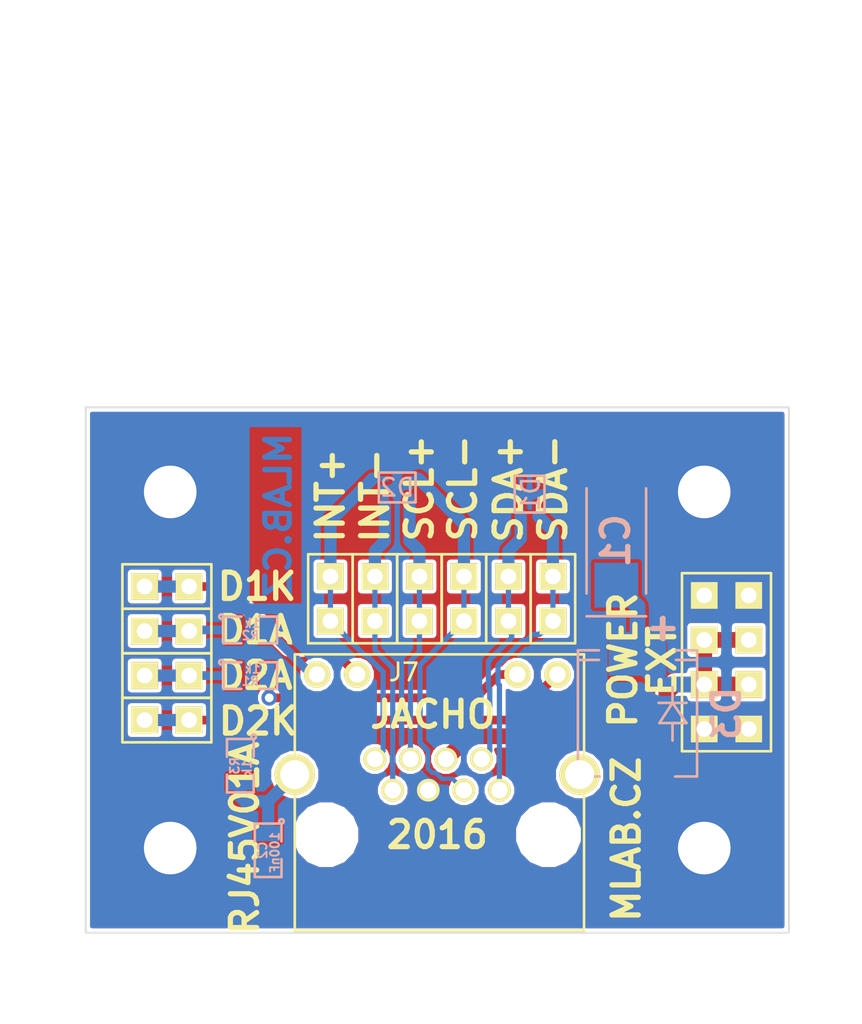
<source format=kicad_pcb>
(kicad_pcb (version 4) (host pcbnew 4.0.1-stable)

  (general
    (links 50)
    (no_connects 0)
    (area 86.5505 40.513 135.763001 98.933001)
    (thickness 1.6)
    (drawings 21)
    (tracks 118)
    (zones 0)
    (modules 24)
    (nets 16)
  )

  (page A4)
  (layers
    (0 F.Cu signal)
    (31 B.Cu signal)
    (32 B.Adhes user)
    (33 F.Adhes user)
    (34 B.Paste user)
    (35 F.Paste user)
    (36 B.SilkS user)
    (37 F.SilkS user)
    (38 B.Mask user)
    (39 F.Mask user)
    (40 Dwgs.User user)
    (41 Cmts.User user)
    (42 Eco1.User user)
    (43 Eco2.User user)
    (44 Edge.Cuts user)
    (45 Margin user)
    (46 B.CrtYd user)
    (47 F.CrtYd user)
    (48 B.Fab user)
    (49 F.Fab user)
  )

  (setup
    (last_trace_width 0.25)
    (user_trace_width 0.25)
    (user_trace_width 0.3)
    (user_trace_width 0.4)
    (user_trace_width 0.5)
    (user_trace_width 0.6)
    (user_trace_width 0.7)
    (user_trace_width 0.8)
    (user_trace_width 0.9)
    (trace_clearance 0.2)
    (zone_clearance 0.2)
    (zone_45_only no)
    (trace_min 0.2)
    (segment_width 0.2)
    (edge_width 0.1)
    (via_size 0.89)
    (via_drill 0.5)
    (via_min_size 0.89)
    (via_min_drill 0.3)
    (uvia_size 0.3)
    (uvia_drill 0.127)
    (uvias_allowed no)
    (uvia_min_size 0.3)
    (uvia_min_drill 0.1)
    (pcb_text_width 0.3)
    (pcb_text_size 1.5 1.5)
    (mod_edge_width 0.15)
    (mod_text_size 1 1)
    (mod_text_width 0.15)
    (pad_size 6 6)
    (pad_drill 3)
    (pad_to_mask_clearance 0.12)
    (aux_axis_origin 0 0)
    (visible_elements 7FFFFF7F)
    (pcbplotparams
      (layerselection 0x010e0_80000001)
      (usegerberextensions false)
      (excludeedgelayer true)
      (linewidth 0.300000)
      (plotframeref false)
      (viasonmask false)
      (mode 1)
      (useauxorigin false)
      (hpglpennumber 1)
      (hpglpenspeed 20)
      (hpglpendiameter 15)
      (hpglpenoverlay 2)
      (psnegative false)
      (psa4output false)
      (plotreference true)
      (plotvalue true)
      (plotinvisibletext false)
      (padsonsilk false)
      (subtractmaskfromsilk false)
      (outputformat 1)
      (mirror false)
      (drillshape 0)
      (scaleselection 1)
      (outputdirectory ../CAM_PROFI/))
  )

  (net 0 "")
  (net 1 VCC)
  (net 2 GND)
  (net 3 /INT+)
  (net 4 /INT-)
  (net 5 /SCL-)
  (net 6 /SCL+)
  (net 7 /SDA+)
  (net 8 /SDA-)
  (net 9 "Net-(C2-Pad1)")
  (net 10 /D1_K)
  (net 11 /D2_K)
  (net 12 /D2_A)
  (net 13 /D1_A)
  (net 14 "Net-(J7-Pad10)")
  (net 15 "Net-(J7-Pad12)")

  (net_class Default "Toto je výchozí třída sítě."
    (clearance 0.2)
    (trace_width 0.25)
    (via_dia 0.89)
    (via_drill 0.5)
    (uvia_dia 0.3)
    (uvia_drill 0.127)
    (add_net /D1_A)
    (add_net /D1_K)
    (add_net /D2_A)
    (add_net /D2_K)
    (add_net GND)
    (add_net "Net-(C2-Pad1)")
    (add_net "Net-(J7-Pad10)")
    (add_net "Net-(J7-Pad12)")
    (add_net VCC)
  )

  (net_class dif ""
    (clearance 0.2)
    (trace_width 0.4)
    (via_dia 0.89)
    (via_drill 0.5)
    (uvia_dia 0.3)
    (uvia_drill 0.127)
    (add_net /INT+)
    (add_net /INT-)
    (add_net /SCL+)
    (add_net /SCL-)
    (add_net /SDA+)
    (add_net /SDA-)
  )

  (module Mlab_IO:SOT-553 (layer B.Cu) (tedit 5703B5F6) (tstamp 56B3C818)
    (at 25.5905 -25.273 270)
    (descr SOT553)
    (path /568CF656)
    (attr smd)
    (fp_text reference D1 (at 0 -0.0635 270) (layer B.SilkS)
      (effects (font (size 1 1) (thickness 0.15)) (justify mirror))
    )
    (fp_text value SP1001-04XTG (at 0 -1.34874 270) (layer B.Fab) hide
      (effects (font (size 1 1) (thickness 0.15)) (justify mirror))
    )
    (fp_line (start -1.04902 0.8509) (end 1.04902 0.8509) (layer B.SilkS) (width 0.15))
    (fp_line (start 1.04902 0.8509) (end 1.04902 -0.8509) (layer B.SilkS) (width 0.15))
    (fp_line (start 1.04902 -0.8509) (end -1.04902 -0.8509) (layer B.SilkS) (width 0.15))
    (fp_line (start -1.04902 -0.8509) (end -1.04902 0.8509) (layer B.SilkS) (width 0.15))
    (pad 1 smd rect (at -0.70104 0.50038 270) (size 0.44958 0.29972) (layers B.Cu B.Paste B.Mask))
    (pad 3 smd rect (at -0.70104 -0.50038 270) (size 0.44958 0.29972) (layers B.Cu B.Paste B.Mask))
    (pad 5 smd rect (at 0.70104 0.50038 270) (size 0.44958 0.29972) (layers B.Cu B.Paste B.Mask)
      (net 7 /SDA+))
    (pad 2 smd rect (at -0.70104 0 270) (size 0.44958 0.29972) (layers B.Cu B.Paste B.Mask)
      (net 2 GND))
    (pad 4 smd rect (at 0.70104 -0.50038 270) (size 0.44958 0.29972) (layers B.Cu B.Paste B.Mask)
      (net 8 /SDA-))
    (model TO_SOT_Packages_SMD.3dshapes/SOT-553.wrl
      (at (xyz 0 0 0))
      (scale (xyz 0.77 0.65 0.7))
      (rotate (xyz 0 0 90))
    )
  )

  (module "Mlab_CON:RJHSE-5384(RJ45)" (layer F.Cu) (tedit 56B2FDC0) (tstamp 568CB420)
    (at 13.97 -5.842)
    (path /568B891C)
    (fp_text reference J7 (at 4.445 -9.271) (layer F.SilkS)
      (effects (font (size 1 1) (thickness 0.15)))
    )
    (fp_text value RJ45_RJHSE-5384 (at 6.4516 4.1275) (layer F.Fab) hide
      (effects (font (size 1 1) (thickness 0.15)))
    )
    (fp_line (start -1.78 -10.27) (end -1.78 5.46) (layer F.SilkS) (width 0.15))
    (fp_line (start -1.78 5.46) (end 14.73 5.46) (layer F.SilkS) (width 0.15))
    (fp_line (start 14.73 5.46) (end 14.73 -10.29) (layer F.SilkS) (width 0.15))
    (fp_line (start 14.73 -10.29) (end -1.78 -10.29) (layer F.SilkS) (width 0.15))
    (pad "" np_thru_hole circle (at 0 0) (size 3.3 3.3) (drill 3.3) (layers *.Cu *.Mask F.SilkS))
    (pad "" np_thru_hole circle (at 12.7 0) (size 3.3 3.3) (drill 3.3) (layers *.Cu *.Mask F.SilkS))
    (pad 14 thru_hole circle (at 14.48 -3.43) (size 2.3 2.3) (drill 1.65) (layers *.Cu *.Mask F.SilkS))
    (pad 13 thru_hole circle (at -1.78 -3.43) (size 2.3 2.3) (drill 1.65) (layers *.Cu *.Mask F.SilkS)
      (net 9 "Net-(C2-Pad1)"))
    (pad 7 thru_hole circle (at 3.81 -2.54) (size 1.3 1.3) (drill 0.93) (layers *.Cu *.Mask F.SilkS)
      (net 4 /INT-))
    (pad 5 thru_hole circle (at 5.84 -2.54) (size 1.3 1.3) (drill 0.93) (layers *.Cu *.Mask F.SilkS)
      (net 2 GND))
    (pad 3 thru_hole circle (at 7.87 -2.54) (size 1.3 1.3) (drill 0.93) (layers *.Cu *.Mask F.SilkS)
      (net 5 /SCL-))
    (pad 1 thru_hole circle (at 9.9 -2.54) (size 1.3 1.3) (drill 0.93) (layers *.Cu *.Mask F.SilkS)
      (net 8 /SDA-))
    (pad 8 thru_hole circle (at 2.79 -4.32) (size 1.3 1.3) (drill 0.93) (layers *.Cu *.Mask F.SilkS)
      (net 3 /INT+))
    (pad 6 thru_hole circle (at 4.82 -4.32) (size 1.3 1.3) (drill 0.93) (layers *.Cu *.Mask F.SilkS)
      (net 6 /SCL+))
    (pad 4 thru_hole circle (at 6.85 -4.32) (size 1.3 1.3) (drill 0.93) (layers *.Cu *.Mask F.SilkS)
      (net 1 VCC))
    (pad 2 thru_hole circle (at 8.88 -4.32) (size 1.3 1.3) (drill 0.93) (layers *.Cu *.Mask F.SilkS)
      (net 7 /SDA+))
    (pad 9 thru_hole circle (at 13.21 -9.14) (size 1.5 1.5) (drill 0.93) (layers *.Cu *.Mask F.SilkS)
      (net 11 /D2_K))
    (pad 10 thru_hole circle (at 10.92 -9.14) (size 1.5 1.5) (drill 0.93) (layers *.Cu *.Mask F.SilkS)
      (net 14 "Net-(J7-Pad10)"))
    (pad 11 thru_hole circle (at 1.78 -9.14) (size 1.5 1.5) (drill 0.93) (layers *.Cu *.Mask F.SilkS)
      (net 10 /D1_K))
    (pad 12 thru_hole circle (at -0.51 -9.14) (size 1.5 1.5) (drill 0.93) (layers *.Cu *.Mask F.SilkS)
      (net 15 "Net-(J7-Pad12)"))
  )

  (module Mlab_Pin_Headers:Straight_2x04 (layer F.Cu) (tedit 56B0BB66) (tstamp 569349A5)
    (at 36.83 -15.6845)
    (descr "pin header straight 2x04")
    (tags "pin header straight 2x04")
    (path /56911A4A)
    (fp_text reference J1 (at 0 -6.35) (layer F.SilkS) hide
      (effects (font (size 1.5 1.5) (thickness 0.15)))
    )
    (fp_text value JUMP_4X2 (at 0 6.35) (layer F.SilkS) hide
      (effects (font (size 1.5 1.5) (thickness 0.15)))
    )
    (fp_text user 1 (at -2.921 -3.81) (layer F.SilkS) hide
      (effects (font (size 0.5 0.5) (thickness 0.05)))
    )
    (fp_line (start -2.54 -5.08) (end 2.54 -5.08) (layer F.SilkS) (width 0.15))
    (fp_line (start 2.54 -5.08) (end 2.54 5.08) (layer F.SilkS) (width 0.15))
    (fp_line (start 2.54 5.08) (end -2.54 5.08) (layer F.SilkS) (width 0.15))
    (fp_line (start -2.54 5.08) (end -2.54 -5.08) (layer F.SilkS) (width 0.15))
    (pad 1 thru_hole rect (at -1.27 -3.81) (size 1.524 1.524) (drill 0.889) (layers *.Cu *.Mask F.SilkS)
      (net 2 GND))
    (pad 2 thru_hole rect (at 1.27 -3.81) (size 1.524 1.524) (drill 0.889) (layers *.Cu *.Mask F.SilkS)
      (net 2 GND))
    (pad 3 thru_hole rect (at -1.27 -1.27) (size 1.524 1.524) (drill 0.889) (layers *.Cu *.Mask F.SilkS)
      (net 1 VCC))
    (pad 4 thru_hole rect (at 1.27 -1.27) (size 1.524 1.524) (drill 0.889) (layers *.Cu *.Mask F.SilkS)
      (net 1 VCC))
    (pad 5 thru_hole rect (at -1.27 1.27) (size 1.524 1.524) (drill 0.889) (layers *.Cu *.Mask F.SilkS)
      (net 1 VCC))
    (pad 6 thru_hole rect (at 1.27 1.27) (size 1.524 1.524) (drill 0.889) (layers *.Cu *.Mask F.SilkS)
      (net 1 VCC))
    (pad 7 thru_hole rect (at -1.27 3.81) (size 1.524 1.524) (drill 0.889) (layers *.Cu *.Mask F.SilkS)
      (net 2 GND))
    (pad 8 thru_hole rect (at 1.27 3.81) (size 1.524 1.524) (drill 0.889) (layers *.Cu *.Mask F.SilkS)
      (net 2 GND))
    (model Pin_Headers/Pin_Header_Straight_2x04.wrl
      (at (xyz 0 0 0))
      (scale (xyz 1 1 1))
      (rotate (xyz 0 0 90))
    )
  )

  (module MLAB_R:SMD-0805 (layer B.Cu) (tedit 54799E0C) (tstamp 568CB28C)
    (at 10.668 -4.953 270)
    (path /56B25436)
    (attr smd)
    (fp_text reference C2 (at 0 0.3175 270) (layer B.SilkS)
      (effects (font (size 0.50038 0.50038) (thickness 0.10922)) (justify mirror))
    )
    (fp_text value 100nF (at 0.127 -0.381 270) (layer B.SilkS)
      (effects (font (size 0.50038 0.50038) (thickness 0.10922)) (justify mirror))
    )
    (fp_circle (center -1.651 -0.762) (end -1.651 -0.635) (layer B.SilkS) (width 0.15))
    (fp_line (start -0.508 -0.762) (end -1.524 -0.762) (layer B.SilkS) (width 0.15))
    (fp_line (start -1.524 -0.762) (end -1.524 0.762) (layer B.SilkS) (width 0.15))
    (fp_line (start -1.524 0.762) (end -0.508 0.762) (layer B.SilkS) (width 0.15))
    (fp_line (start 0.508 0.762) (end 1.524 0.762) (layer B.SilkS) (width 0.15))
    (fp_line (start 1.524 0.762) (end 1.524 -0.762) (layer B.SilkS) (width 0.15))
    (fp_line (start 1.524 -0.762) (end 0.508 -0.762) (layer B.SilkS) (width 0.15))
    (pad 1 smd rect (at -0.9525 0 270) (size 0.889 1.397) (layers B.Cu B.Paste B.Mask)
      (net 9 "Net-(C2-Pad1)"))
    (pad 2 smd rect (at 0.9525 0 270) (size 0.889 1.397) (layers B.Cu B.Paste B.Mask)
      (net 2 GND))
    (model MLAB_3D/Resistors/chip_cms.wrl
      (at (xyz 0 0 0))
      (scale (xyz 0.1 0.1 0.1))
      (rotate (xyz 0 0 0))
    )
  )

  (module Mlab_Pin_Headers:Straight_2x01 (layer F.Cu) (tedit 5545E8D2) (tstamp 568CB2DD)
    (at 4.8895 -12.3825 180)
    (descr "pin header straight 2x01")
    (tags "pin header straight 2x01")
    (path /56B390C0)
    (fp_text reference J4 (at 0 -2.54 180) (layer F.SilkS) hide
      (effects (font (size 1.5 1.5) (thickness 0.15)))
    )
    (fp_text value JUMP_2x1 (at 0 2.54 180) (layer F.SilkS) hide
      (effects (font (size 1.5 1.5) (thickness 0.15)))
    )
    (fp_line (start -2.54 -1.27) (end 2.54 -1.27) (layer F.SilkS) (width 0.15))
    (fp_line (start 2.54 -1.27) (end 2.54 1.27) (layer F.SilkS) (width 0.15))
    (fp_line (start 2.54 1.27) (end -2.54 1.27) (layer F.SilkS) (width 0.15))
    (fp_line (start -2.54 1.27) (end -2.54 -1.27) (layer F.SilkS) (width 0.15))
    (pad 1 thru_hole rect (at -1.27 0 180) (size 1.524 1.524) (drill 0.889) (layers *.Cu *.Mask F.SilkS)
      (net 11 /D2_K))
    (pad 2 thru_hole rect (at 1.27 0 180) (size 1.524 1.524) (drill 0.889) (layers *.Cu *.Mask F.SilkS)
      (net 11 /D2_K))
    (model Pin_Headers/Pin_Header_Straight_2x01.wrl
      (at (xyz 0 0 0))
      (scale (xyz 1 1 1))
      (rotate (xyz 0 0 90))
    )
  )

  (module Mlab_Pin_Headers:Straight_2x01 (layer F.Cu) (tedit 5545E8D2) (tstamp 568CB2E3)
    (at 4.8895 -14.9225 180)
    (descr "pin header straight 2x01")
    (tags "pin header straight 2x01")
    (path /56B3DC2E)
    (fp_text reference J5 (at 0 -2.54 180) (layer F.SilkS) hide
      (effects (font (size 1.5 1.5) (thickness 0.15)))
    )
    (fp_text value JUMP_2x1 (at 0 2.54 180) (layer F.SilkS) hide
      (effects (font (size 1.5 1.5) (thickness 0.15)))
    )
    (fp_line (start -2.54 -1.27) (end 2.54 -1.27) (layer F.SilkS) (width 0.15))
    (fp_line (start 2.54 -1.27) (end 2.54 1.27) (layer F.SilkS) (width 0.15))
    (fp_line (start 2.54 1.27) (end -2.54 1.27) (layer F.SilkS) (width 0.15))
    (fp_line (start -2.54 1.27) (end -2.54 -1.27) (layer F.SilkS) (width 0.15))
    (pad 1 thru_hole rect (at -1.27 0 180) (size 1.524 1.524) (drill 0.889) (layers *.Cu *.Mask F.SilkS)
      (net 12 /D2_A))
    (pad 2 thru_hole rect (at 1.27 0 180) (size 1.524 1.524) (drill 0.889) (layers *.Cu *.Mask F.SilkS)
      (net 12 /D2_A))
    (model Pin_Headers/Pin_Header_Straight_2x01.wrl
      (at (xyz 0 0 0))
      (scale (xyz 1 1 1))
      (rotate (xyz 0 0 90))
    )
  )

  (module Mlab_Pin_Headers:Straight_2x01 (layer F.Cu) (tedit 5545E8D2) (tstamp 568CB2E9)
    (at 4.8895 -17.4625 180)
    (descr "pin header straight 2x01")
    (tags "pin header straight 2x01")
    (path /56B3E462)
    (fp_text reference J6 (at 0 -2.54 180) (layer F.SilkS) hide
      (effects (font (size 1.5 1.5) (thickness 0.15)))
    )
    (fp_text value JUMP_2x1 (at 0 2.54 180) (layer F.SilkS) hide
      (effects (font (size 1.5 1.5) (thickness 0.15)))
    )
    (fp_line (start -2.54 -1.27) (end 2.54 -1.27) (layer F.SilkS) (width 0.15))
    (fp_line (start 2.54 -1.27) (end 2.54 1.27) (layer F.SilkS) (width 0.15))
    (fp_line (start 2.54 1.27) (end -2.54 1.27) (layer F.SilkS) (width 0.15))
    (fp_line (start -2.54 1.27) (end -2.54 -1.27) (layer F.SilkS) (width 0.15))
    (pad 1 thru_hole rect (at -1.27 0 180) (size 1.524 1.524) (drill 0.889) (layers *.Cu *.Mask F.SilkS)
      (net 13 /D1_A))
    (pad 2 thru_hole rect (at 1.27 0 180) (size 1.524 1.524) (drill 0.889) (layers *.Cu *.Mask F.SilkS)
      (net 13 /D1_A))
    (model Pin_Headers/Pin_Header_Straight_2x01.wrl
      (at (xyz 0 0 0))
      (scale (xyz 1 1 1))
      (rotate (xyz 0 0 90))
    )
  )

  (module Mlab_Pin_Headers:Straight_2x01 (layer F.Cu) (tedit 5545E8D2) (tstamp 568CB2F5)
    (at 14.224 -19.304 90)
    (descr "pin header straight 2x01")
    (tags "pin header straight 2x01")
    (path /568D8FDE)
    (fp_text reference J8 (at 0 -2.54 90) (layer F.SilkS) hide
      (effects (font (size 1.5 1.5) (thickness 0.15)))
    )
    (fp_text value JUMP_2x1 (at 0 2.54 90) (layer F.SilkS) hide
      (effects (font (size 1.5 1.5) (thickness 0.15)))
    )
    (fp_line (start -2.54 -1.27) (end 2.54 -1.27) (layer F.SilkS) (width 0.15))
    (fp_line (start 2.54 -1.27) (end 2.54 1.27) (layer F.SilkS) (width 0.15))
    (fp_line (start 2.54 1.27) (end -2.54 1.27) (layer F.SilkS) (width 0.15))
    (fp_line (start -2.54 1.27) (end -2.54 -1.27) (layer F.SilkS) (width 0.15))
    (pad 1 thru_hole rect (at -1.27 0 90) (size 1.524 1.524) (drill 0.889) (layers *.Cu *.Mask F.SilkS)
      (net 3 /INT+))
    (pad 2 thru_hole rect (at 1.27 0 90) (size 1.524 1.524) (drill 0.889) (layers *.Cu *.Mask F.SilkS)
      (net 3 /INT+))
    (model Pin_Headers/Pin_Header_Straight_2x01.wrl
      (at (xyz 0 0 0))
      (scale (xyz 1 1 1))
      (rotate (xyz 0 0 90))
    )
  )

  (module Mlab_Pin_Headers:Straight_2x01 (layer F.Cu) (tedit 5545E8D2) (tstamp 568CB2FB)
    (at 16.764 -19.304 90)
    (descr "pin header straight 2x01")
    (tags "pin header straight 2x01")
    (path /568D9408)
    (fp_text reference J9 (at 0 -2.54 90) (layer F.SilkS) hide
      (effects (font (size 1.5 1.5) (thickness 0.15)))
    )
    (fp_text value JUMP_2x1 (at 0 2.54 90) (layer F.SilkS) hide
      (effects (font (size 1.5 1.5) (thickness 0.15)))
    )
    (fp_line (start -2.54 -1.27) (end 2.54 -1.27) (layer F.SilkS) (width 0.15))
    (fp_line (start 2.54 -1.27) (end 2.54 1.27) (layer F.SilkS) (width 0.15))
    (fp_line (start 2.54 1.27) (end -2.54 1.27) (layer F.SilkS) (width 0.15))
    (fp_line (start -2.54 1.27) (end -2.54 -1.27) (layer F.SilkS) (width 0.15))
    (pad 1 thru_hole rect (at -1.27 0 90) (size 1.524 1.524) (drill 0.889) (layers *.Cu *.Mask F.SilkS)
      (net 4 /INT-))
    (pad 2 thru_hole rect (at 1.27 0 90) (size 1.524 1.524) (drill 0.889) (layers *.Cu *.Mask F.SilkS)
      (net 4 /INT-))
    (model Pin_Headers/Pin_Header_Straight_2x01.wrl
      (at (xyz 0 0 0))
      (scale (xyz 1 1 1))
      (rotate (xyz 0 0 90))
    )
  )

  (module Mlab_Mechanical:MountingHole_3mm placed (layer F.Cu) (tedit 5535DB2C) (tstamp 568CB35E)
    (at 5.08 -25.4)
    (descr "Mounting hole, Befestigungsbohrung, 3mm, No Annular, Kein Restring,")
    (tags "Mounting hole, Befestigungsbohrung, 3mm, No Annular, Kein Restring,")
    (path /568DCC14)
    (fp_text reference M1 (at 0 -4.191) (layer F.SilkS) hide
      (effects (font (thickness 0.3048)))
    )
    (fp_text value HOLE (at 0 4.191) (layer F.SilkS) hide
      (effects (font (thickness 0.3048)))
    )
    (fp_circle (center 0 0) (end 2.99974 0) (layer Cmts.User) (width 0.381))
    (pad 1 thru_hole circle (at 0 0) (size 6 6) (drill 3) (layers *.Cu *.Adhes *.Mask)
      (net 2 GND) (clearance 1) (zone_connect 2))
  )

  (module Mlab_Mechanical:MountingHole_3mm placed (layer F.Cu) (tedit 5535DB2C) (tstamp 568CB363)
    (at 35.56 -5.08)
    (descr "Mounting hole, Befestigungsbohrung, 3mm, No Annular, Kein Restring,")
    (tags "Mounting hole, Befestigungsbohrung, 3mm, No Annular, Kein Restring,")
    (path /568DCFB0)
    (fp_text reference M2 (at 0 -4.191) (layer F.SilkS) hide
      (effects (font (thickness 0.3048)))
    )
    (fp_text value HOLE (at 0 4.191) (layer F.SilkS) hide
      (effects (font (thickness 0.3048)))
    )
    (fp_circle (center 0 0) (end 2.99974 0) (layer Cmts.User) (width 0.381))
    (pad 1 thru_hole circle (at 0 0) (size 6 6) (drill 3) (layers *.Cu *.Adhes *.Mask)
      (net 2 GND) (clearance 1) (zone_connect 2))
  )

  (module Mlab_Mechanical:MountingHole_3mm placed (layer F.Cu) (tedit 5535DB2C) (tstamp 568CB368)
    (at 5.08 -5.08)
    (descr "Mounting hole, Befestigungsbohrung, 3mm, No Annular, Kein Restring,")
    (tags "Mounting hole, Befestigungsbohrung, 3mm, No Annular, Kein Restring,")
    (path /568DD0C8)
    (fp_text reference M3 (at 0 -4.191) (layer F.SilkS) hide
      (effects (font (thickness 0.3048)))
    )
    (fp_text value HOLE (at 0 4.191) (layer F.SilkS) hide
      (effects (font (thickness 0.3048)))
    )
    (fp_circle (center 0 0) (end 2.99974 0) (layer Cmts.User) (width 0.381))
    (pad 1 thru_hole circle (at 0 0) (size 6 6) (drill 3) (layers *.Cu *.Adhes *.Mask)
      (net 2 GND) (clearance 1) (zone_connect 2))
  )

  (module Mlab_Mechanical:MountingHole_3mm placed (layer F.Cu) (tedit 5535DB2C) (tstamp 568CB36D)
    (at 35.56 -25.4)
    (descr "Mounting hole, Befestigungsbohrung, 3mm, No Annular, Kein Restring,")
    (tags "Mounting hole, Befestigungsbohrung, 3mm, No Annular, Kein Restring,")
    (path /568DD160)
    (fp_text reference M4 (at 0 -4.191) (layer F.SilkS) hide
      (effects (font (thickness 0.3048)))
    )
    (fp_text value HOLE (at 0 4.191) (layer F.SilkS) hide
      (effects (font (thickness 0.3048)))
    )
    (fp_circle (center 0 0) (end 2.99974 0) (layer Cmts.User) (width 0.381))
    (pad 1 thru_hole circle (at 0 0) (size 6 6) (drill 3) (layers *.Cu *.Adhes *.Mask)
      (net 2 GND) (clearance 1) (zone_connect 2))
  )

  (module MLAB_R:SMD-0805 (layer B.Cu) (tedit 54799E0C) (tstamp 568CB373)
    (at 9.652 -14.9225)
    (path /55C3364D)
    (attr smd)
    (fp_text reference R1 (at 0 0.3175) (layer B.SilkS)
      (effects (font (size 0.50038 0.50038) (thickness 0.10922)) (justify mirror))
    )
    (fp_text value 1k (at 0.127 -0.381) (layer B.SilkS)
      (effects (font (size 0.50038 0.50038) (thickness 0.10922)) (justify mirror))
    )
    (fp_circle (center -1.651 -0.762) (end -1.651 -0.635) (layer B.SilkS) (width 0.15))
    (fp_line (start -0.508 -0.762) (end -1.524 -0.762) (layer B.SilkS) (width 0.15))
    (fp_line (start -1.524 -0.762) (end -1.524 0.762) (layer B.SilkS) (width 0.15))
    (fp_line (start -1.524 0.762) (end -0.508 0.762) (layer B.SilkS) (width 0.15))
    (fp_line (start 0.508 0.762) (end 1.524 0.762) (layer B.SilkS) (width 0.15))
    (fp_line (start 1.524 0.762) (end 1.524 -0.762) (layer B.SilkS) (width 0.15))
    (fp_line (start 1.524 -0.762) (end 0.508 -0.762) (layer B.SilkS) (width 0.15))
    (pad 1 smd rect (at -0.9525 0) (size 0.889 1.397) (layers B.Cu B.Paste B.Mask)
      (net 12 /D2_A))
    (pad 2 smd rect (at 0.9525 0) (size 0.889 1.397) (layers B.Cu B.Paste B.Mask)
      (net 14 "Net-(J7-Pad10)"))
    (model MLAB_3D/Resistors/chip_cms.wrl
      (at (xyz 0 0 0))
      (scale (xyz 0.1 0.1 0.1))
      (rotate (xyz 0 0 0))
    )
  )

  (module MLAB_R:SMD-0805 (layer B.Cu) (tedit 54799E0C) (tstamp 568CB379)
    (at 9.652 -17.526)
    (path /55C3364C)
    (attr smd)
    (fp_text reference R2 (at 0 0.3175) (layer B.SilkS)
      (effects (font (size 0.50038 0.50038) (thickness 0.10922)) (justify mirror))
    )
    (fp_text value 1k (at 0.127 -0.381) (layer B.SilkS)
      (effects (font (size 0.50038 0.50038) (thickness 0.10922)) (justify mirror))
    )
    (fp_circle (center -1.651 -0.762) (end -1.651 -0.635) (layer B.SilkS) (width 0.15))
    (fp_line (start -0.508 -0.762) (end -1.524 -0.762) (layer B.SilkS) (width 0.15))
    (fp_line (start -1.524 -0.762) (end -1.524 0.762) (layer B.SilkS) (width 0.15))
    (fp_line (start -1.524 0.762) (end -0.508 0.762) (layer B.SilkS) (width 0.15))
    (fp_line (start 0.508 0.762) (end 1.524 0.762) (layer B.SilkS) (width 0.15))
    (fp_line (start 1.524 0.762) (end 1.524 -0.762) (layer B.SilkS) (width 0.15))
    (fp_line (start 1.524 -0.762) (end 0.508 -0.762) (layer B.SilkS) (width 0.15))
    (pad 1 smd rect (at -0.9525 0) (size 0.889 1.397) (layers B.Cu B.Paste B.Mask)
      (net 13 /D1_A))
    (pad 2 smd rect (at 0.9525 0) (size 0.889 1.397) (layers B.Cu B.Paste B.Mask)
      (net 15 "Net-(J7-Pad12)"))
    (model MLAB_3D/Resistors/chip_cms.wrl
      (at (xyz 0 0 0))
      (scale (xyz 0.1 0.1 0.1))
      (rotate (xyz 0 0 0))
    )
  )

  (module MLAB_R:SMD-0805 (layer B.Cu) (tedit 54799E0C) (tstamp 568CB37F)
    (at 9.0805 -9.779 270)
    (path /56B24B76)
    (attr smd)
    (fp_text reference R3 (at 0 0.3175 270) (layer B.SilkS)
      (effects (font (size 0.50038 0.50038) (thickness 0.10922)) (justify mirror))
    )
    (fp_text value 1k (at 0.127 -0.381 270) (layer B.SilkS)
      (effects (font (size 0.50038 0.50038) (thickness 0.10922)) (justify mirror))
    )
    (fp_circle (center -1.651 -0.762) (end -1.651 -0.635) (layer B.SilkS) (width 0.15))
    (fp_line (start -0.508 -0.762) (end -1.524 -0.762) (layer B.SilkS) (width 0.15))
    (fp_line (start -1.524 -0.762) (end -1.524 0.762) (layer B.SilkS) (width 0.15))
    (fp_line (start -1.524 0.762) (end -0.508 0.762) (layer B.SilkS) (width 0.15))
    (fp_line (start 0.508 0.762) (end 1.524 0.762) (layer B.SilkS) (width 0.15))
    (fp_line (start 1.524 0.762) (end 1.524 -0.762) (layer B.SilkS) (width 0.15))
    (fp_line (start 1.524 -0.762) (end 0.508 -0.762) (layer B.SilkS) (width 0.15))
    (pad 1 smd rect (at -0.9525 0 270) (size 0.889 1.397) (layers B.Cu B.Paste B.Mask)
      (net 2 GND))
    (pad 2 smd rect (at 0.9525 0 270) (size 0.889 1.397) (layers B.Cu B.Paste B.Mask)
      (net 9 "Net-(C2-Pad1)"))
    (model MLAB_3D/Resistors/chip_cms.wrl
      (at (xyz 0 0 0))
      (scale (xyz 0.1 0.1 0.1))
      (rotate (xyz 0 0 0))
    )
  )

  (module Mlab_Pin_Headers:Straight_1x02 (layer F.Cu) (tedit 5535DB0D) (tstamp 56B19A98)
    (at 4.8895 -20.0025 90)
    (descr "pin header straight 1x02")
    (tags "pin header straight 1x02")
    (path /56B38A0C)
    (fp_text reference J3 (at 0 -3.81 90) (layer F.SilkS) hide
      (effects (font (size 1.5 1.5) (thickness 0.15)))
    )
    (fp_text value JUMP_2x1 (at 0 3.81 90) (layer F.SilkS) hide
      (effects (font (size 1.5 1.5) (thickness 0.15)))
    )
    (fp_text user 1 (at -1.651 -1.27 90) (layer F.SilkS) hide
      (effects (font (size 0.5 0.5) (thickness 0.05)))
    )
    (fp_line (start -1.27 -2.54) (end 1.27 -2.54) (layer F.SilkS) (width 0.15))
    (fp_line (start 1.27 -2.54) (end 1.27 2.54) (layer F.SilkS) (width 0.15))
    (fp_line (start 1.27 2.54) (end -1.27 2.54) (layer F.SilkS) (width 0.15))
    (fp_line (start -1.27 2.54) (end -1.27 -2.54) (layer F.SilkS) (width 0.15))
    (pad 2 thru_hole rect (at 0 1.27 90) (size 1.524 1.524) (drill 0.889) (layers *.Cu *.Mask F.SilkS)
      (net 10 /D1_K))
    (pad 1 thru_hole rect (at 0 -1.27 90) (size 1.524 1.524) (drill 0.889) (layers *.Cu *.Mask F.SilkS)
      (net 10 /D1_K))
    (model Pin_Headers/Pin_Header_Straight_1x02.wrl
      (at (xyz 0 0 0))
      (scale (xyz 1 1 1))
      (rotate (xyz 0 0 90))
    )
  )

  (module Mlab_C:TantalC_SizeC_Reflow (layer B.Cu) (tedit 564C624B) (tstamp 56B3C489)
    (at 30.5435 -22.606 90)
    (descr "Tantal Cap. , Size C, EIA-6032, Reflow,")
    (tags "Tantal Cap. , Size C, EIA-6032, Reflow,")
    (path /568E10B3)
    (attr smd)
    (fp_text reference C1 (at 0.0127 -0.0381 90) (layer B.SilkS)
      (effects (font (thickness 0.3048)) (justify mirror))
    )
    (fp_text value 47uF (at -0.09906 -3.59918 90) (layer B.SilkS) hide
      (effects (font (thickness 0.3048)) (justify mirror))
    )
    (fp_line (start -4.30022 1.69926) (end -4.30022 -1.69926) (layer B.SilkS) (width 0.15))
    (fp_line (start 2.99974 -1.69926) (end -2.99974 -1.69926) (layer B.SilkS) (width 0.15))
    (fp_line (start 2.99974 1.69926) (end -2.99974 1.69926) (layer B.SilkS) (width 0.15))
    (fp_text user + (at -4.99872 2.55016 90) (layer B.SilkS)
      (effects (font (thickness 0.3048)) (justify mirror))
    )
    (fp_line (start -5.00126 3.05308) (end -5.00126 1.95326) (layer B.SilkS) (width 0.15))
    (fp_line (start -5.6007 2.5527) (end -4.40182 2.5527) (layer B.SilkS) (width 0.15))
    (pad 2 smd rect (at 2.52476 0 90) (size 2.55016 2.49936) (layers B.Cu B.Paste B.Mask)
      (net 2 GND))
    (pad 1 smd rect (at -2.52476 0 90) (size 2.55016 2.49936) (layers B.Cu B.Paste B.Mask)
      (net 1 VCC))
    (model MLAB_3D/Capacitors/c_tant_C.wrl
      (at (xyz 0 0 0))
      (scale (xyz 1 1 1))
      (rotate (xyz 0 0 180))
    )
  )

  (module Mlab_Pin_Headers:Straight_2x01 (layer F.Cu) (tedit 5545E8D2) (tstamp 56B3C493)
    (at 19.304 -19.304 90)
    (descr "pin header straight 2x01")
    (tags "pin header straight 2x01")
    (path /568DB005)
    (fp_text reference J10 (at 0 -2.54 90) (layer F.SilkS) hide
      (effects (font (size 1.5 1.5) (thickness 0.15)))
    )
    (fp_text value JUMP_2x1 (at 0 2.54 90) (layer F.SilkS) hide
      (effects (font (size 1.5 1.5) (thickness 0.15)))
    )
    (fp_line (start -2.54 -1.27) (end 2.54 -1.27) (layer F.SilkS) (width 0.15))
    (fp_line (start 2.54 -1.27) (end 2.54 1.27) (layer F.SilkS) (width 0.15))
    (fp_line (start 2.54 1.27) (end -2.54 1.27) (layer F.SilkS) (width 0.15))
    (fp_line (start -2.54 1.27) (end -2.54 -1.27) (layer F.SilkS) (width 0.15))
    (pad 1 thru_hole rect (at -1.27 0 90) (size 1.524 1.524) (drill 0.889) (layers *.Cu *.Mask F.SilkS)
      (net 6 /SCL+))
    (pad 2 thru_hole rect (at 1.27 0 90) (size 1.524 1.524) (drill 0.889) (layers *.Cu *.Mask F.SilkS)
      (net 6 /SCL+))
    (model Pin_Headers/Pin_Header_Straight_2x01.wrl
      (at (xyz 0 0 0))
      (scale (xyz 1 1 1))
      (rotate (xyz 0 0 90))
    )
  )

  (module Mlab_Pin_Headers:Straight_2x01 (layer F.Cu) (tedit 5545E8D2) (tstamp 56B3C49D)
    (at 21.844 -19.304 90)
    (descr "pin header straight 2x01")
    (tags "pin header straight 2x01")
    (path /568DB07B)
    (fp_text reference J11 (at 0 -2.54 90) (layer F.SilkS) hide
      (effects (font (size 1.5 1.5) (thickness 0.15)))
    )
    (fp_text value JUMP_2x1 (at 0 2.54 90) (layer F.SilkS) hide
      (effects (font (size 1.5 1.5) (thickness 0.15)))
    )
    (fp_line (start -2.54 -1.27) (end 2.54 -1.27) (layer F.SilkS) (width 0.15))
    (fp_line (start 2.54 -1.27) (end 2.54 1.27) (layer F.SilkS) (width 0.15))
    (fp_line (start 2.54 1.27) (end -2.54 1.27) (layer F.SilkS) (width 0.15))
    (fp_line (start -2.54 1.27) (end -2.54 -1.27) (layer F.SilkS) (width 0.15))
    (pad 1 thru_hole rect (at -1.27 0 90) (size 1.524 1.524) (drill 0.889) (layers *.Cu *.Mask F.SilkS)
      (net 5 /SCL-))
    (pad 2 thru_hole rect (at 1.27 0 90) (size 1.524 1.524) (drill 0.889) (layers *.Cu *.Mask F.SilkS)
      (net 5 /SCL-))
    (model Pin_Headers/Pin_Header_Straight_2x01.wrl
      (at (xyz 0 0 0))
      (scale (xyz 1 1 1))
      (rotate (xyz 0 0 90))
    )
  )

  (module Mlab_Pin_Headers:Straight_2x01 (layer F.Cu) (tedit 5545E8D2) (tstamp 56B3C4B1)
    (at 26.924 -19.304 90)
    (descr "pin header straight 2x01")
    (tags "pin header straight 2x01")
    (path /568DB2A0)
    (fp_text reference J13 (at 0 -2.54 90) (layer F.SilkS) hide
      (effects (font (size 1.5 1.5) (thickness 0.15)))
    )
    (fp_text value JUMP_2x1 (at 0 2.54 90) (layer F.SilkS) hide
      (effects (font (size 1.5 1.5) (thickness 0.15)))
    )
    (fp_line (start -2.54 -1.27) (end 2.54 -1.27) (layer F.SilkS) (width 0.15))
    (fp_line (start 2.54 -1.27) (end 2.54 1.27) (layer F.SilkS) (width 0.15))
    (fp_line (start 2.54 1.27) (end -2.54 1.27) (layer F.SilkS) (width 0.15))
    (fp_line (start -2.54 1.27) (end -2.54 -1.27) (layer F.SilkS) (width 0.15))
    (pad 1 thru_hole rect (at -1.27 0 90) (size 1.524 1.524) (drill 0.889) (layers *.Cu *.Mask F.SilkS)
      (net 8 /SDA-))
    (pad 2 thru_hole rect (at 1.27 0 90) (size 1.524 1.524) (drill 0.889) (layers *.Cu *.Mask F.SilkS)
      (net 8 /SDA-))
    (model Pin_Headers/Pin_Header_Straight_2x01.wrl
      (at (xyz 0 0 0))
      (scale (xyz 1 1 1))
      (rotate (xyz 0 0 90))
    )
  )

  (module Mlab_Pin_Headers:Straight_2x01 (layer F.Cu) (tedit 5545E8D2) (tstamp 56B3C5B8)
    (at 24.384 -19.304 90)
    (descr "pin header straight 2x01")
    (tags "pin header straight 2x01")
    (path /568DB1C8)
    (fp_text reference J12 (at 0 -2.54 90) (layer F.SilkS) hide
      (effects (font (size 1.5 1.5) (thickness 0.15)))
    )
    (fp_text value JUMP_2x1 (at 0 2.54 90) (layer F.SilkS) hide
      (effects (font (size 1.5 1.5) (thickness 0.15)))
    )
    (fp_line (start -2.54 -1.27) (end 2.54 -1.27) (layer F.SilkS) (width 0.15))
    (fp_line (start 2.54 -1.27) (end 2.54 1.27) (layer F.SilkS) (width 0.15))
    (fp_line (start 2.54 1.27) (end -2.54 1.27) (layer F.SilkS) (width 0.15))
    (fp_line (start -2.54 1.27) (end -2.54 -1.27) (layer F.SilkS) (width 0.15))
    (pad 1 thru_hole rect (at -1.27 0 90) (size 1.524 1.524) (drill 0.889) (layers *.Cu *.Mask F.SilkS)
      (net 7 /SDA+))
    (pad 2 thru_hole rect (at 1.27 0 90) (size 1.524 1.524) (drill 0.889) (layers *.Cu *.Mask F.SilkS)
      (net 7 /SDA+))
    (model Pin_Headers/Pin_Header_Straight_2x01.wrl
      (at (xyz 0 0 0))
      (scale (xyz 1 1 1))
      (rotate (xyz 0 0 90))
    )
  )

  (module Mlab_IO:SOT-553 (layer B.Cu) (tedit 5703B5EF) (tstamp 56B3C825)
    (at 18.034 -25.654)
    (descr SOT553)
    (path /568CFCCB)
    (attr smd)
    (fp_text reference D2 (at 0 0) (layer B.SilkS)
      (effects (font (size 1 1) (thickness 0.15)) (justify mirror))
    )
    (fp_text value SP1001-04XTG (at 0 -1.34874) (layer B.Fab) hide
      (effects (font (size 1 1) (thickness 0.15)) (justify mirror))
    )
    (fp_line (start -1.04902 0.8509) (end 1.04902 0.8509) (layer B.SilkS) (width 0.15))
    (fp_line (start 1.04902 0.8509) (end 1.04902 -0.8509) (layer B.SilkS) (width 0.15))
    (fp_line (start 1.04902 -0.8509) (end -1.04902 -0.8509) (layer B.SilkS) (width 0.15))
    (fp_line (start -1.04902 -0.8509) (end -1.04902 0.8509) (layer B.SilkS) (width 0.15))
    (pad 1 smd rect (at -0.70104 0.50038) (size 0.44958 0.29972) (layers B.Cu B.Paste B.Mask)
      (net 4 /INT-))
    (pad 3 smd rect (at -0.70104 -0.50038) (size 0.44958 0.29972) (layers B.Cu B.Paste B.Mask)
      (net 3 /INT+))
    (pad 5 smd rect (at 0.70104 0.50038) (size 0.44958 0.29972) (layers B.Cu B.Paste B.Mask)
      (net 6 /SCL+))
    (pad 2 smd rect (at -0.70104 0) (size 0.44958 0.29972) (layers B.Cu B.Paste B.Mask)
      (net 2 GND))
    (pad 4 smd rect (at 0.70104 -0.50038) (size 0.44958 0.29972) (layers B.Cu B.Paste B.Mask)
      (net 5 /SCL-))
    (model TO_SOT_Packages_SMD.3dshapes/SOT-553.wrl
      (at (xyz 0 0 0))
      (scale (xyz 0.77 0.65 0.7))
      (rotate (xyz 0 0 90))
    )
  )

  (module Mlab_D:Diode-SMC_Standard (layer B.Cu) (tedit 54799AAC) (tstamp 56B3C82B)
    (at 31.75 -12.7635 90)
    (descr "Diode SMC Standard")
    (tags "Diode SMC Standard")
    (path /568C1495)
    (attr smd)
    (fp_text reference D3 (at 0 5.08 90) (layer B.SilkS)
      (effects (font (thickness 0.3048)) (justify mirror))
    )
    (fp_text value SM15T18A (at 0 -5.08 90) (layer B.SilkS) hide
      (effects (font (thickness 0.3048)) (justify mirror))
    )
    (fp_circle (center 0 0) (end 0.7493 -0.35052) (layer B.Adhes) (width 0.381))
    (fp_circle (center 0 0) (end 0.44958 -0.20066) (layer B.Adhes) (width 0.381))
    (fp_circle (center 0 0) (end 0.14986 -0.14986) (layer B.Adhes) (width 0.381))
    (fp_line (start 0.59944 1.99898) (end 1.50114 1.99898) (layer B.SilkS) (width 0.15))
    (fp_line (start -0.55118 1.99898) (end -1.5494 1.99898) (layer B.SilkS) (width 0.15))
    (fp_line (start 3.05054 -3.40106) (end 3.05054 -2.19964) (layer B.SilkS) (width 0.15))
    (fp_line (start 3.05054 3.40106) (end 3.05054 2.19964) (layer B.SilkS) (width 0.15))
    (fp_line (start 3.59918 -3.40106) (end 3.59918 -2.19964) (layer B.SilkS) (width 0.15))
    (fp_line (start 3.59918 3.40106) (end 3.59918 2.19964) (layer B.SilkS) (width 0.15))
    (fp_line (start -3.59918 -3.40106) (end -3.59918 -2.14884) (layer B.SilkS) (width 0.15))
    (fp_line (start -3.59918 3.40106) (end -3.59918 2.14884) (layer B.SilkS) (width 0.15))
    (fp_line (start 0.59944 2.79908) (end 0.59944 1.19888) (layer B.SilkS) (width 0.15))
    (fp_line (start -0.55118 1.24968) (end -0.55118 2.79908) (layer B.SilkS) (width 0.15))
    (fp_line (start 0.59944 1.99898) (end -0.55118 1.24968) (layer B.SilkS) (width 0.15))
    (fp_line (start 0.59944 1.99898) (end -0.55118 2.79908) (layer B.SilkS) (width 0.15))
    (fp_line (start -3.59918 -3.40106) (end 3.59918 -3.40106) (layer B.SilkS) (width 0.15))
    (fp_line (start -3.59918 3.40106) (end 3.59918 3.40106) (layer B.SilkS) (width 0.15))
    (pad 1 smd rect (at -3.40106 0) (size 3.29946 2.49936) (layers B.Cu B.Paste B.Mask)
      (net 2 GND))
    (pad 2 smd rect (at 3.40106 0) (size 3.29946 2.49936) (layers B.Cu B.Paste B.Mask)
      (net 1 VCC))
    (model MLAB_3D/Diodes/SMB.wrl
      (at (xyz 0 0 0))
      (scale (xyz 0.6 0.6 0.6))
      (rotate (xyz 0 0 0))
    )
  )

  (gr_text D2K (at 7.6835 -12.319) (layer F.SilkS)
    (effects (font (size 1.5 1.5) (thickness 0.3)) (justify left))
  )
  (gr_text D2A (at 7.62 -14.9225) (layer F.SilkS)
    (effects (font (size 1.5 1.5) (thickness 0.3)) (justify left))
  )
  (gr_text D1A (at 7.62 -17.526) (layer F.SilkS)
    (effects (font (size 1.5 1.5) (thickness 0.3)) (justify left))
  )
  (gr_text SCL+ (at 19.304 -22.4155 90) (layer F.SilkS)
    (effects (font (size 1.5 1.5) (thickness 0.3)) (justify left))
  )
  (gr_text INT- (at 16.764 -22.352 90) (layer F.SilkS)
    (effects (font (size 1.5 1.5) (thickness 0.3)) (justify left))
  )
  (gr_text SCL- (at 21.7805 -22.4155 90) (layer F.SilkS)
    (effects (font (size 1.5 1.5) (thickness 0.3)) (justify left))
  )
  (gr_text EXT (at 33.147 -15.748 90) (layer F.SilkS)
    (effects (font (size 1.5 1.5) (thickness 0.3)))
  )
  (gr_text 2016 (at 20.32 -5.842) (layer F.SilkS)
    (effects (font (size 1.5 1.5) (thickness 0.3)))
  )
  (gr_text MLAB.CZ (at 11.2395 -24.0665 90) (layer B.Cu)
    (effects (font (size 1.4 1.5) (thickness 0.3)) (justify mirror))
  )
  (gr_text JACHO (at 20.066 -12.7) (layer F.SilkS)
    (effects (font (size 1.5 1.5) (thickness 0.3)))
  )
  (gr_text MLAB.CZ (at 31.115 -5.588 90) (layer F.SilkS)
    (effects (font (size 1.5 1.5) (thickness 0.3)))
  )
  (gr_text RJ45V01A (at 9.3345 -5.6515 90) (layer F.SilkS)
    (effects (font (size 1.5 1.5) (thickness 0.3)))
  )
  (gr_text SDA- (at 26.924 -22.352 90) (layer F.SilkS)
    (effects (font (size 1.5 1.5) (thickness 0.3)) (justify left))
  )
  (gr_text SDA+ (at 24.384 -22.352 90) (layer F.SilkS)
    (effects (font (size 1.5 1.5) (thickness 0.3)) (justify left))
  )
  (gr_text INT+ (at 14.224 -22.352 90) (layer F.SilkS)
    (effects (font (size 1.5 1.5) (thickness 0.3)) (justify left))
  )
  (gr_text POWER (at 30.9245 -15.8115 90) (layer F.SilkS)
    (effects (font (size 1.5 1.5) (thickness 0.3)))
  )
  (gr_text D1K (at 7.62 -20.0025) (layer F.SilkS)
    (effects (font (size 1.5 1.5) (thickness 0.3)) (justify left))
  )
  (gr_line (start 0.254 -30.224) (end 0.254 -0.254) (angle 90) (layer Edge.Cuts) (width 0.1))
  (gr_line (start 40.386 -30.224) (end 0.254 -30.224) (angle 90) (layer Edge.Cuts) (width 0.1))
  (gr_line (start 40.386 -0.254) (end 40.386 -30.224) (angle 90) (layer Edge.Cuts) (width 0.1))
  (gr_line (start 0.254 -0.254) (end 40.386 -0.254) (angle 90) (layer Edge.Cuts) (width 0.1))

  (segment (start 31.75 -15.7635) (end 31.75 -18.87474) (width 0.9) (layer B.Cu) (net 1))
  (segment (start 31.75 -18.87474) (end 30.5435 -20.08124) (width 0.9) (layer B.Cu) (net 1))
  (segment (start 35.56 -14.4145) (end 33.099 -14.4145) (width 0.9) (layer B.Cu) (net 1))
  (segment (start 33.099 -14.4145) (end 31.75 -15.7635) (width 0.9) (layer B.Cu) (net 1))
  (segment (start 35.56 -16.9545) (end 38.1 -16.9545) (width 0.9) (layer F.Cu) (net 1))
  (segment (start 35.56 -14.4145) (end 35.56 -16.9545) (width 0.9) (layer F.Cu) (net 1))
  (segment (start 35.56 -14.4145) (end 38.1 -14.4145) (width 0.9) (layer F.Cu) (net 1))
  (segment (start 20.82 -10.162) (end 22.120001 -11.462001) (width 0.9) (layer F.Cu) (net 1))
  (segment (start 22.120001 -11.462001) (end 32.290001 -11.462001) (width 0.9) (layer F.Cu) (net 1))
  (segment (start 32.290001 -11.462001) (end 33.401 -12.573) (width 0.9) (layer F.Cu) (net 1))
  (segment (start 33.401 -12.573) (end 33.401 -13.9175) (width 0.9) (layer F.Cu) (net 1))
  (segment (start 33.401 -13.9175) (end 33.898 -14.4145) (width 0.9) (layer F.Cu) (net 1))
  (segment (start 33.898 -14.4145) (end 35.56 -14.4145) (width 0.9) (layer F.Cu) (net 1))
  (segment (start 14.224 -20.574) (end 14.224 -23.749) (width 0.7) (layer B.Cu) (net 3))
  (segment (start 14.224 -23.749) (end 16.637 -26.162) (width 0.7) (layer B.Cu) (net 3))
  (segment (start 16.80055 -26.162) (end 16.637 -26.162) (width 0.3) (layer B.Cu) (net 3))
  (segment (start 17.33296 -26.15438) (end 16.80817 -26.15438) (width 0.3) (layer B.Cu) (net 3))
  (segment (start 16.80817 -26.15438) (end 16.80055 -26.162) (width 0.3) (layer B.Cu) (net 3))
  (segment (start 14.224 -18.034) (end 14.224 -20.574) (width 0.3) (layer B.Cu) (net 3))
  (segment (start 16.76 -10.162) (end 17.230001 -10.632001) (width 0.3) (layer B.Cu) (net 3))
  (segment (start 16.175999 -16.082001) (end 14.224 -18.034) (width 0.3) (layer B.Cu) (net 3))
  (segment (start 17.230001 -10.632001) (end 17.230001 -15.130001) (width 0.3) (layer B.Cu) (net 3))
  (segment (start 17.230001 -15.130001) (end 16.278001 -16.082001) (width 0.3) (layer B.Cu) (net 3))
  (segment (start 16.278001 -16.082001) (end 16.175999 -16.082001) (width 0.3) (layer B.Cu) (net 3))
  (segment (start 16.764 -20.574) (end 16.764 -22.036) (width 0.7) (layer B.Cu) (net 4))
  (segment (start 17.33296 -22.60496) (end 17.33296 -24.70376) (width 0.7) (layer B.Cu) (net 4))
  (segment (start 16.764 -22.036) (end 17.33296 -22.60496) (width 0.7) (layer B.Cu) (net 4))
  (segment (start 17.33296 -25.15362) (end 17.33296 -24.70376) (width 0.3) (layer B.Cu) (net 4))
  (segment (start 17.33296 -24.70376) (end 17.3355 -24.70122) (width 0.3) (layer B.Cu) (net 4))
  (segment (start 17.33296 -21.14296) (end 16.764 -20.574) (width 0.3) (layer B.Cu) (net 4))
  (segment (start 16.764 -18.034) (end 16.764 -20.574) (width 0.3) (layer B.Cu) (net 4))
  (segment (start 17.78 -15.357806) (end 16.764 -16.373806) (width 0.3) (layer B.Cu) (net 4))
  (segment (start 16.764 -16.373806) (end 16.764 -18.034) (width 0.3) (layer B.Cu) (net 4))
  (segment (start 17.78 -8.382) (end 17.78 -15.357806) (width 0.3) (layer B.Cu) (net 4))
  (segment (start 21.844 -20.574) (end 21.844 -23.57021) (width 0.7) (layer B.Cu) (net 5))
  (segment (start 21.844 -23.57021) (end 19.25983 -26.15438) (width 0.7) (layer B.Cu) (net 5))
  (segment (start 18.73504 -26.15438) (end 19.25983 -26.15438) (width 0.3) (layer B.Cu) (net 5))
  (segment (start 19.25983 -26.15438) (end 19.26745 -26.162) (width 0.3) (layer B.Cu) (net 5))
  (segment (start 21.844 -18.034) (end 21.844 -20.574) (width 0.3) (layer B.Cu) (net 5))
  (segment (start 19.790001 -10.642001) (end 19.790001 -9.618119) (width 0.25) (layer B.Cu) (net 5))
  (segment (start 19.790001 -9.618119) (end 20.033581 -9.374539) (width 0.25) (layer B.Cu) (net 5))
  (segment (start 20.033581 -9.374539) (end 20.236781 -9.374539) (width 0.25) (layer B.Cu) (net 5))
  (segment (start 21.84 -8.382) (end 21.190001 -9.031999) (width 0.25) (layer B.Cu) (net 5))
  (segment (start 21.190001 -9.031999) (end 20.579321 -9.031999) (width 0.25) (layer B.Cu) (net 5))
  (segment (start 20.579321 -9.031999) (end 20.236781 -9.374539) (width 0.25) (layer B.Cu) (net 5))
  (segment (start 19.339999 -11.092003) (end 19.790001 -10.642001) (width 0.3) (layer B.Cu) (net 5))
  (segment (start 19.339999 -15.529999) (end 19.339999 -11.092003) (width 0.3) (layer B.Cu) (net 5))
  (segment (start 19.339999 -15.529999) (end 19.692908 -15.882908) (width 0.3) (layer B.Cu) (net 5))
  (segment (start 19.692908 -15.882908) (end 21.844 -18.034) (width 0.3) (layer B.Cu) (net 5))
  (segment (start 19.304 -20.574) (end 19.304 -22.036) (width 0.7) (layer B.Cu) (net 6))
  (segment (start 19.304 -22.036) (end 18.73504 -22.60496) (width 0.7) (layer B.Cu) (net 6))
  (segment (start 18.73504 -22.60496) (end 18.73504 -24.76754) (width 0.7) (layer B.Cu) (net 6))
  (segment (start 18.73504 -25.15362) (end 18.73504 -24.76754) (width 0.3) (layer B.Cu) (net 6))
  (segment (start 19.304 -18.034) (end 19.304 -20.574) (width 0.3) (layer B.Cu) (net 6))
  (segment (start 18.79 -15.757817) (end 19.304 -16.271817) (width 0.3) (layer B.Cu) (net 6))
  (segment (start 18.79 -10.162) (end 18.79 -15.757817) (width 0.3) (layer B.Cu) (net 6))
  (segment (start 19.304 -16.271817) (end 19.304 -18.034) (width 0.3) (layer B.Cu) (net 6))
  (segment (start 24.384 -18.034) (end 24.384 -17.4625) (width 0.3) (layer B.Cu) (net 7))
  (segment (start 23.240009 -14.226185) (end 23.320001 -14.146193) (width 0.3) (layer B.Cu) (net 7))
  (segment (start 24.384 -17.4625) (end 24.5745 -17.272) (width 0.3) (layer B.Cu) (net 7))
  (segment (start 23.320001 -15.834909) (end 23.320001 -15.817807) (width 0.3) (layer B.Cu) (net 7))
  (segment (start 24.5745 -17.272) (end 24.5745 -17.089408) (width 0.3) (layer B.Cu) (net 7))
  (segment (start 24.5745 -17.089408) (end 23.320001 -15.834909) (width 0.3) (layer B.Cu) (net 7))
  (segment (start 23.320001 -15.817807) (end 23.240008 -15.737814) (width 0.3) (layer B.Cu) (net 7))
  (segment (start 23.240008 -15.737814) (end 23.240009 -14.226185) (width 0.3) (layer B.Cu) (net 7))
  (segment (start 23.320001 -14.146193) (end 23.320001 -10.632001) (width 0.3) (layer B.Cu) (net 7))
  (segment (start 23.320001 -10.632001) (end 22.85 -10.162) (width 0.3) (layer B.Cu) (net 7))
  (segment (start 24.384 -20.574) (end 24.384 -22.036) (width 0.7) (layer B.Cu) (net 7))
  (segment (start 24.384 -22.036) (end 25.09012 -22.74212) (width 0.7) (layer B.Cu) (net 7))
  (segment (start 25.09012 -22.74212) (end 25.09012 -24.04717) (width 0.7) (layer B.Cu) (net 7))
  (segment (start 25.09012 -24.57196) (end 25.09012 -24.04717) (width 0.3) (layer B.Cu) (net 7))
  (segment (start 25.09012 -24.04717) (end 25.0825 -24.03955) (width 0.3) (layer B.Cu) (net 7))
  (segment (start 22.85238 -10.15962) (end 22.85 -10.162) (width 0.3) (layer B.Cu) (net 7))
  (segment (start 24.384 -18.034) (end 24.384 -20.574) (width 0.3) (layer B.Cu) (net 7))
  (segment (start 26.924 -18.034) (end 26.162 -17.272) (width 0.3) (layer B.Cu) (net 8))
  (segment (start 26.162 -17.272) (end 25.776002 -17.272) (width 0.3) (layer B.Cu) (net 8))
  (segment (start 23.87 -15.607092) (end 23.87 -15.590002) (width 0.3) (layer B.Cu) (net 8))
  (segment (start 25.776002 -17.272) (end 25.426001 -16.921999) (width 0.3) (layer B.Cu) (net 8))
  (segment (start 25.426001 -16.921999) (end 25.184907 -16.921999) (width 0.3) (layer B.Cu) (net 8))
  (segment (start 23.87 -15.590002) (end 23.789999 -15.510001) (width 0.3) (layer B.Cu) (net 8))
  (segment (start 25.184907 -16.921999) (end 23.87 -15.607092) (width 0.3) (layer B.Cu) (net 8))
  (segment (start 23.789999 -15.510001) (end 23.789999 -14.453999) (width 0.3) (layer B.Cu) (net 8))
  (segment (start 23.789999 -14.453999) (end 23.87 -14.373998) (width 0.3) (layer B.Cu) (net 8))
  (segment (start 23.87 -14.373998) (end 23.87 -10.632) (width 0.3) (layer B.Cu) (net 8))
  (segment (start 23.87 -10.632) (end 23.87 -8.382) (width 0.3) (layer B.Cu) (net 8))
  (segment (start 26.924 -20.574) (end 26.924 -23.1775) (width 0.7) (layer B.Cu) (net 8))
  (segment (start 26.924 -23.1775) (end 26.09088 -24.01062) (width 0.7) (layer B.Cu) (net 8))
  (segment (start 26.09088 -24.57196) (end 26.09088 -24.01062) (width 0.3) (layer B.Cu) (net 8))
  (segment (start 26.924 -18.034) (end 26.924 -20.574) (width 0.3) (layer B.Cu) (net 8))
  (segment (start 9.3315 -7.75) (end 9.0805 -8.001) (width 0.7) (layer B.Cu) (net 9))
  (segment (start 9.0805 -8.001) (end 9.0805 -8.8265) (width 0.7) (layer B.Cu) (net 9))
  (segment (start 10.668 -7.75) (end 9.3315 -7.75) (width 0.7) (layer B.Cu) (net 9))
  (segment (start 10.668 -5.9055) (end 10.668 -7.75) (width 0.7) (layer B.Cu) (net 9))
  (segment (start 10.668 -7.75) (end 12.19 -9.272) (width 0.7) (layer B.Cu) (net 9))
  (segment (start 11.7445 -8.8265) (end 12.19 -9.272) (width 0.7) (layer B.Cu) (net 9))
  (segment (start 3.6195 -20.0025) (end 6.1595 -20.0025) (width 0.7) (layer B.Cu) (net 10))
  (segment (start 11.811 -16.4465) (end 8.255 -20.0025) (width 0.5) (layer F.Cu) (net 10))
  (segment (start 8.255 -20.0025) (end 6.1595 -20.0025) (width 0.5) (layer F.Cu) (net 10))
  (segment (start 14.2855 -16.4465) (end 11.811 -16.4465) (width 0.5) (layer F.Cu) (net 10))
  (segment (start 15.75 -14.982) (end 14.2855 -16.4465) (width 0.5) (layer F.Cu) (net 10))
  (segment (start 3.6195 -12.3825) (end 6.1595 -12.3825) (width 0.7) (layer B.Cu) (net 11))
  (segment (start 24.4475 -12.3825) (end 6.1595 -12.3825) (width 0.5) (layer F.Cu) (net 11))
  (segment (start 27.18 -14.982) (end 24.5805 -12.3825) (width 0.5) (layer F.Cu) (net 11))
  (segment (start 24.5805 -12.3825) (end 24.4475 -12.3825) (width 0.5) (layer F.Cu) (net 11))
  (segment (start 3.6195 -14.9225) (end 6.1595 -14.9225) (width 0.7) (layer B.Cu) (net 12))
  (segment (start 8.6995 -14.9225) (end 6.1595 -14.9225) (width 0.5) (layer B.Cu) (net 12))
  (segment (start 3.6195 -17.4625) (end 6.1595 -17.4625) (width 0.7) (layer B.Cu) (net 13))
  (segment (start 8.6995 -17.526) (end 6.223 -17.526) (width 0.5) (layer B.Cu) (net 13))
  (segment (start 6.223 -17.526) (end 6.1595 -17.4625) (width 0.5) (layer B.Cu) (net 13))
  (segment (start 24.89 -14.982) (end 23.82934 -14.982) (width 0.5) (layer F.Cu) (net 14))
  (segment (start 23.82934 -14.982) (end 22.49984 -13.6525) (width 0.5) (layer F.Cu) (net 14))
  (segment (start 11.155764 -13.6525) (end 10.7315 -13.6525) (width 0.5) (layer F.Cu) (net 14))
  (segment (start 22.49984 -13.6525) (end 11.155764 -13.6525) (width 0.5) (layer F.Cu) (net 14))
  (segment (start 10.7315 -13.6525) (end 10.7315 -14.7955) (width 0.5) (layer B.Cu) (net 14))
  (segment (start 10.7315 -14.7955) (end 10.6045 -14.9225) (width 0.5) (layer B.Cu) (net 14))
  (via (at 10.7315 -13.6525) (size 0.89) (drill 0.5) (layers F.Cu B.Cu) (net 14))
  (segment (start 13.46 -14.982) (end 13.1485 -14.982) (width 0.5) (layer B.Cu) (net 15))
  (segment (start 13.1485 -14.982) (end 10.6045 -17.526) (width 0.5) (layer B.Cu) (net 15))

  (zone (net 2) (net_name GND) (layer B.Cu) (tstamp 568CF22D) (hatch edge 0.508)
    (connect_pads yes (clearance 0.2))
    (min_thickness 0.254)
    (fill yes (arc_segments 16) (thermal_gap 0.508) (thermal_bridge_width 0.508))
    (polygon
      (pts
        (xy 41.91 -51.7525) (xy 41.529 0.8255) (xy -2.7305 2.794) (xy -1.4605 -51.6255)
      )
    )
    (filled_polygon
      (pts
        (xy 40.009 -0.631) (xy 0.631 -0.631) (xy 0.631 -9.271) (xy 8.048594 -9.271) (xy 8.048594 -8.382)
        (xy 8.071395 -8.260821) (xy 8.143012 -8.149526) (xy 8.252286 -8.074862) (xy 8.382 -8.048594) (xy 8.4035 -8.048594)
        (xy 8.4035 -8.001) (xy 8.455034 -7.741923) (xy 8.601789 -7.522289) (xy 8.852789 -7.271288) (xy 9.072424 -7.124533)
        (xy 9.3315 -7.073) (xy 9.991 -7.073) (xy 9.991 -6.683406) (xy 9.9695 -6.683406) (xy 9.848321 -6.660605)
        (xy 9.737026 -6.588988) (xy 9.662362 -6.479714) (xy 9.636094 -6.35) (xy 9.636094 -5.461) (xy 9.658895 -5.339821)
        (xy 9.730512 -5.228526) (xy 9.839786 -5.153862) (xy 9.9695 -5.127594) (xy 11.3665 -5.127594) (xy 11.487679 -5.150395)
        (xy 11.598974 -5.222012) (xy 11.673638 -5.331286) (xy 11.697774 -5.450476) (xy 11.992657 -5.450476) (xy 12.293003 -4.723582)
        (xy 12.848657 -4.166958) (xy 13.575025 -3.865344) (xy 14.361524 -3.864657) (xy 15.088418 -4.165003) (xy 15.645042 -4.720657)
        (xy 15.946656 -5.447025) (xy 15.946659 -5.450476) (xy 24.692657 -5.450476) (xy 24.993003 -4.723582) (xy 25.548657 -4.166958)
        (xy 26.275025 -3.865344) (xy 27.061524 -3.864657) (xy 27.788418 -4.165003) (xy 28.345042 -4.720657) (xy 28.646656 -5.447025)
        (xy 28.647343 -6.233524) (xy 28.346997 -6.960418) (xy 27.791343 -7.517042) (xy 27.064975 -7.818656) (xy 26.278476 -7.819343)
        (xy 25.551582 -7.518997) (xy 24.994958 -6.963343) (xy 24.693344 -6.236975) (xy 24.692657 -5.450476) (xy 15.946659 -5.450476)
        (xy 15.947343 -6.233524) (xy 15.646997 -6.960418) (xy 15.091343 -7.517042) (xy 14.364975 -7.818656) (xy 13.578476 -7.819343)
        (xy 12.851582 -7.518997) (xy 12.294958 -6.963343) (xy 11.993344 -6.236975) (xy 11.992657 -5.450476) (xy 11.697774 -5.450476)
        (xy 11.699906 -5.461) (xy 11.699906 -6.35) (xy 11.677105 -6.471179) (xy 11.605488 -6.582474) (xy 11.496214 -6.657138)
        (xy 11.3665 -6.683406) (xy 11.345 -6.683406) (xy 11.345 -7.469578) (xy 11.736472 -7.86105) (xy 11.894918 -7.795257)
        (xy 12.482505 -7.794744) (xy 13.02556 -8.01913) (xy 13.441409 -8.434254) (xy 13.666743 -8.976918) (xy 13.667256 -9.564505)
        (xy 13.44287 -10.10756) (xy 13.027746 -10.523409) (xy 12.485082 -10.748743) (xy 11.897495 -10.749256) (xy 11.35444 -10.52487)
        (xy 10.938591 -10.109746) (xy 10.713257 -9.567082) (xy 10.712744 -8.979495) (xy 10.779211 -8.818633) (xy 10.387578 -8.427)
        (xy 10.112406 -8.427) (xy 10.112406 -9.271) (xy 10.089605 -9.392179) (xy 10.017988 -9.503474) (xy 9.908714 -9.578138)
        (xy 9.779 -9.604406) (xy 8.382 -9.604406) (xy 8.260821 -9.581605) (xy 8.149526 -9.509988) (xy 8.074862 -9.400714)
        (xy 8.048594 -9.271) (xy 0.631 -9.271) (xy 0.631 -13.1445) (xy 2.524094 -13.1445) (xy 2.524094 -11.6205)
        (xy 2.546895 -11.499321) (xy 2.618512 -11.388026) (xy 2.727786 -11.313362) (xy 2.8575 -11.287094) (xy 4.3815 -11.287094)
        (xy 4.502679 -11.309895) (xy 4.613974 -11.381512) (xy 4.688638 -11.490786) (xy 4.714906 -11.6205) (xy 4.714906 -11.7055)
        (xy 5.064094 -11.7055) (xy 5.064094 -11.6205) (xy 5.086895 -11.499321) (xy 5.158512 -11.388026) (xy 5.267786 -11.313362)
        (xy 5.3975 -11.287094) (xy 6.9215 -11.287094) (xy 7.042679 -11.309895) (xy 7.153974 -11.381512) (xy 7.228638 -11.490786)
        (xy 7.254906 -11.6205) (xy 7.254906 -13.1445) (xy 7.232105 -13.265679) (xy 7.160488 -13.376974) (xy 7.051214 -13.451638)
        (xy 6.9215 -13.477906) (xy 5.3975 -13.477906) (xy 5.276321 -13.455105) (xy 5.165026 -13.383488) (xy 5.090362 -13.274214)
        (xy 5.064094 -13.1445) (xy 5.064094 -13.0595) (xy 4.714906 -13.0595) (xy 4.714906 -13.1445) (xy 4.692105 -13.265679)
        (xy 4.620488 -13.376974) (xy 4.511214 -13.451638) (xy 4.3815 -13.477906) (xy 2.8575 -13.477906) (xy 2.736321 -13.455105)
        (xy 2.625026 -13.383488) (xy 2.550362 -13.274214) (xy 2.524094 -13.1445) (xy 0.631 -13.1445) (xy 0.631 -15.6845)
        (xy 2.524094 -15.6845) (xy 2.524094 -14.1605) (xy 2.546895 -14.039321) (xy 2.618512 -13.928026) (xy 2.727786 -13.853362)
        (xy 2.8575 -13.827094) (xy 4.3815 -13.827094) (xy 4.502679 -13.849895) (xy 4.613974 -13.921512) (xy 4.688638 -14.030786)
        (xy 4.714906 -14.1605) (xy 4.714906 -14.2455) (xy 5.064094 -14.2455) (xy 5.064094 -14.1605) (xy 5.086895 -14.039321)
        (xy 5.158512 -13.928026) (xy 5.267786 -13.853362) (xy 5.3975 -13.827094) (xy 6.9215 -13.827094) (xy 7.042679 -13.849895)
        (xy 7.153974 -13.921512) (xy 7.228638 -14.030786) (xy 7.254906 -14.1605) (xy 7.254906 -14.3455) (xy 7.921594 -14.3455)
        (xy 7.921594 -14.224) (xy 7.944395 -14.102821) (xy 8.016012 -13.991526) (xy 8.125286 -13.916862) (xy 8.255 -13.890594)
        (xy 9.144 -13.890594) (xy 9.265179 -13.913395) (xy 9.376474 -13.985012) (xy 9.451138 -14.094286) (xy 9.477406 -14.224)
        (xy 9.477406 -15.621) (xy 9.826594 -15.621) (xy 9.826594 -14.224) (xy 9.849395 -14.102821) (xy 9.921012 -13.991526)
        (xy 10.010872 -13.930127) (xy 9.959635 -13.806734) (xy 9.959367 -13.499613) (xy 10.076649 -13.215769) (xy 10.293626 -12.998412)
        (xy 10.577266 -12.880635) (xy 10.884387 -12.880367) (xy 11.168231 -12.997649) (xy 11.385588 -13.214626) (xy 11.503365 -13.498266)
        (xy 11.503633 -13.805387) (xy 11.386351 -14.089231) (xy 11.360382 -14.115245) (xy 11.382406 -14.224) (xy 11.382406 -15.621)
        (xy 11.359605 -15.742179) (xy 11.287988 -15.853474) (xy 11.178714 -15.928138) (xy 11.049 -15.954406) (xy 10.16 -15.954406)
        (xy 10.038821 -15.931605) (xy 9.927526 -15.859988) (xy 9.852862 -15.750714) (xy 9.826594 -15.621) (xy 9.477406 -15.621)
        (xy 9.454605 -15.742179) (xy 9.382988 -15.853474) (xy 9.273714 -15.928138) (xy 9.144 -15.954406) (xy 8.255 -15.954406)
        (xy 8.133821 -15.931605) (xy 8.022526 -15.859988) (xy 7.947862 -15.750714) (xy 7.921594 -15.621) (xy 7.921594 -15.4995)
        (xy 7.254906 -15.4995) (xy 7.254906 -15.6845) (xy 7.232105 -15.805679) (xy 7.160488 -15.916974) (xy 7.051214 -15.991638)
        (xy 6.9215 -16.017906) (xy 5.3975 -16.017906) (xy 5.276321 -15.995105) (xy 5.165026 -15.923488) (xy 5.090362 -15.814214)
        (xy 5.064094 -15.6845) (xy 5.064094 -15.5995) (xy 4.714906 -15.5995) (xy 4.714906 -15.6845) (xy 4.692105 -15.805679)
        (xy 4.620488 -15.916974) (xy 4.511214 -15.991638) (xy 4.3815 -16.017906) (xy 2.8575 -16.017906) (xy 2.736321 -15.995105)
        (xy 2.625026 -15.923488) (xy 2.550362 -15.814214) (xy 2.524094 -15.6845) (xy 0.631 -15.6845) (xy 0.631 -18.2245)
        (xy 2.524094 -18.2245) (xy 2.524094 -16.7005) (xy 2.546895 -16.579321) (xy 2.618512 -16.468026) (xy 2.727786 -16.393362)
        (xy 2.8575 -16.367094) (xy 4.3815 -16.367094) (xy 4.502679 -16.389895) (xy 4.613974 -16.461512) (xy 4.688638 -16.570786)
        (xy 4.714906 -16.7005) (xy 4.714906 -16.7855) (xy 5.064094 -16.7855) (xy 5.064094 -16.7005) (xy 5.086895 -16.579321)
        (xy 5.158512 -16.468026) (xy 5.267786 -16.393362) (xy 5.3975 -16.367094) (xy 6.9215 -16.367094) (xy 7.042679 -16.389895)
        (xy 7.153974 -16.461512) (xy 7.228638 -16.570786) (xy 7.254906 -16.7005) (xy 7.254906 -16.949) (xy 7.921594 -16.949)
        (xy 7.921594 -16.8275) (xy 7.944395 -16.706321) (xy 8.016012 -16.595026) (xy 8.125286 -16.520362) (xy 8.255 -16.494094)
        (xy 9.144 -16.494094) (xy 9.265179 -16.516895) (xy 9.376474 -16.588512) (xy 9.451138 -16.697786) (xy 9.477406 -16.8275)
        (xy 9.477406 -18.2245) (xy 9.826594 -18.2245) (xy 9.826594 -16.8275) (xy 9.849395 -16.706321) (xy 9.921012 -16.595026)
        (xy 10.030286 -16.520362) (xy 10.16 -16.494094) (xy 10.820404 -16.494094) (xy 12.382955 -14.931544) (xy 12.382813 -14.768711)
        (xy 12.546431 -14.372725) (xy 12.849132 -14.069496) (xy 13.244832 -13.905187) (xy 13.673289 -13.904813) (xy 14.069275 -14.068431)
        (xy 14.372504 -14.371132) (xy 14.536813 -14.766832) (xy 14.537187 -15.195289) (xy 14.373569 -15.591275) (xy 14.070868 -15.894504)
        (xy 13.675168 -16.058813) (xy 13.246711 -16.059187) (xy 12.992395 -15.954106) (xy 11.382406 -17.564096) (xy 11.382406 -18.2245)
        (xy 11.359605 -18.345679) (xy 11.287988 -18.456974) (xy 11.178714 -18.531638) (xy 11.049 -18.557906) (xy 10.16 -18.557906)
        (xy 10.038821 -18.535105) (xy 9.927526 -18.463488) (xy 9.852862 -18.354214) (xy 9.826594 -18.2245) (xy 9.477406 -18.2245)
        (xy 9.454605 -18.345679) (xy 9.382988 -18.456974) (xy 9.273714 -18.531638) (xy 9.144 -18.557906) (xy 8.255 -18.557906)
        (xy 8.133821 -18.535105) (xy 8.022526 -18.463488) (xy 7.947862 -18.354214) (xy 7.921594 -18.2245) (xy 7.921594 -18.103)
        (xy 7.254906 -18.103) (xy 7.254906 -18.2245) (xy 7.232105 -18.345679) (xy 7.160488 -18.456974) (xy 7.051214 -18.531638)
        (xy 6.9215 -18.557906) (xy 5.3975 -18.557906) (xy 5.276321 -18.535105) (xy 5.165026 -18.463488) (xy 5.090362 -18.354214)
        (xy 5.064094 -18.2245) (xy 5.064094 -18.1395) (xy 4.714906 -18.1395) (xy 4.714906 -18.2245) (xy 4.692105 -18.345679)
        (xy 4.620488 -18.456974) (xy 4.511214 -18.531638) (xy 4.3815 -18.557906) (xy 2.8575 -18.557906) (xy 2.736321 -18.535105)
        (xy 2.625026 -18.463488) (xy 2.550362 -18.354214) (xy 2.524094 -18.2245) (xy 0.631 -18.2245) (xy 0.631 -20.7645)
        (xy 2.524094 -20.7645) (xy 2.524094 -19.2405) (xy 2.546895 -19.119321) (xy 2.618512 -19.008026) (xy 2.727786 -18.933362)
        (xy 2.8575 -18.907094) (xy 4.3815 -18.907094) (xy 4.502679 -18.929895) (xy 4.613974 -19.001512) (xy 4.688638 -19.110786)
        (xy 4.714906 -19.2405) (xy 4.714906 -19.3255) (xy 5.064094 -19.3255) (xy 5.064094 -19.2405) (xy 5.086895 -19.119321)
        (xy 5.158512 -19.008026) (xy 5.267786 -18.933362) (xy 5.3975 -18.907094) (xy 6.9215 -18.907094) (xy 7.042679 -18.929895)
        (xy 7.153974 -19.001512) (xy 7.228638 -19.110786) (xy 7.254906 -19.2405) (xy 7.254906 -20.7645) (xy 7.232105 -20.885679)
        (xy 7.160488 -20.996974) (xy 7.051214 -21.071638) (xy 6.9215 -21.097906) (xy 5.3975 -21.097906) (xy 5.276321 -21.075105)
        (xy 5.165026 -21.003488) (xy 5.090362 -20.894214) (xy 5.064094 -20.7645) (xy 5.064094 -20.6795) (xy 4.714906 -20.6795)
        (xy 4.714906 -20.7645) (xy 4.692105 -20.885679) (xy 4.620488 -20.996974) (xy 4.511214 -21.071638) (xy 4.3815 -21.097906)
        (xy 2.8575 -21.097906) (xy 2.736321 -21.075105) (xy 2.625026 -21.003488) (xy 2.550362 -20.894214) (xy 2.524094 -20.7645)
        (xy 0.631 -20.7645) (xy 0.631 -29.222072) (xy 9.4825 -29.222072) (xy 9.4825 -18.910929) (xy 12.6965 -18.910929)
        (xy 12.6965 -21.336) (xy 13.128594 -21.336) (xy 13.128594 -19.812) (xy 13.151395 -19.690821) (xy 13.223012 -19.579526)
        (xy 13.332286 -19.504862) (xy 13.462 -19.478594) (xy 13.747 -19.478594) (xy 13.747 -19.129406) (xy 13.462 -19.129406)
        (xy 13.340821 -19.106605) (xy 13.229526 -19.034988) (xy 13.154862 -18.925714) (xy 13.128594 -18.796) (xy 13.128594 -17.272)
        (xy 13.151395 -17.150821) (xy 13.223012 -17.039526) (xy 13.332286 -16.964862) (xy 13.462 -16.938594) (xy 14.644826 -16.938594)
        (xy 15.527881 -16.055539) (xy 15.140725 -15.895569) (xy 14.837496 -15.592868) (xy 14.673187 -15.197168) (xy 14.672813 -14.768711)
        (xy 14.836431 -14.372725) (xy 15.139132 -14.069496) (xy 15.534832 -13.905187) (xy 15.963289 -13.904813) (xy 16.359275 -14.068431)
        (xy 16.662504 -14.371132) (xy 16.753001 -14.589073) (xy 16.753001 -11.139007) (xy 16.566515 -11.13917) (xy 16.207297 -10.990744)
        (xy 15.932222 -10.716149) (xy 15.78317 -10.35719) (xy 15.78283 -9.968515) (xy 15.931256 -9.609297) (xy 16.205851 -9.334222)
        (xy 16.56481 -9.18517) (xy 16.953485 -9.18483) (xy 17.303 -9.329247) (xy 17.303 -9.242024) (xy 17.227297 -9.210744)
        (xy 16.952222 -8.936149) (xy 16.80317 -8.57719) (xy 16.80283 -8.188515) (xy 16.951256 -7.829297) (xy 17.225851 -7.554222)
        (xy 17.58481 -7.40517) (xy 17.973485 -7.40483) (xy 18.332703 -7.553256) (xy 18.607778 -7.827851) (xy 18.75683 -8.18681)
        (xy 18.75717 -8.575485) (xy 18.608744 -8.934703) (xy 18.334149 -9.209778) (xy 18.257 -9.241813) (xy 18.257 -9.32544)
        (xy 18.59481 -9.18517) (xy 18.983485 -9.18483) (xy 19.342703 -9.333256) (xy 19.40537 -9.395814) (xy 19.470389 -9.298507)
        (xy 19.713969 -9.054927) (xy 19.860608 -8.956945) (xy 20.033581 -8.922539) (xy 20.049557 -8.922539) (xy 20.259709 -8.712387)
        (xy 20.406348 -8.614405) (xy 20.579321 -8.579999) (xy 20.864336 -8.579999) (xy 20.86317 -8.57719) (xy 20.86283 -8.188515)
        (xy 21.011256 -7.829297) (xy 21.285851 -7.554222) (xy 21.64481 -7.40517) (xy 22.033485 -7.40483) (xy 22.392703 -7.553256)
        (xy 22.667778 -7.827851) (xy 22.81683 -8.18681) (xy 22.81717 -8.575485) (xy 22.668744 -8.934703) (xy 22.394149 -9.209778)
        (xy 22.03519 -9.35883) (xy 21.646515 -9.35917) (xy 21.544292 -9.316932) (xy 21.509613 -9.351611) (xy 21.438614 -9.399052)
        (xy 21.647778 -9.607851) (xy 21.79683 -9.96681) (xy 21.796831 -9.968515) (xy 21.87283 -9.968515) (xy 22.021256 -9.609297)
        (xy 22.295851 -9.334222) (xy 22.65481 -9.18517) (xy 23.043485 -9.18483) (xy 23.393 -9.329247) (xy 23.393 -9.242024)
        (xy 23.317297 -9.210744) (xy 23.042222 -8.936149) (xy 22.89317 -8.57719) (xy 22.89283 -8.188515) (xy 23.041256 -7.829297)
        (xy 23.315851 -7.554222) (xy 23.67481 -7.40517) (xy 24.063485 -7.40483) (xy 24.422703 -7.553256) (xy 24.697778 -7.827851)
        (xy 24.84683 -8.18681) (xy 24.84717 -8.575485) (xy 24.698744 -8.934703) (xy 24.654031 -8.979495) (xy 26.972744 -8.979495)
        (xy 27.19713 -8.43644) (xy 27.612254 -8.020591) (xy 28.154918 -7.795257) (xy 28.742505 -7.794744) (xy 29.28556 -8.01913)
        (xy 29.701409 -8.434254) (xy 29.926743 -8.976918) (xy 29.927256 -9.564505) (xy 29.70287 -10.10756) (xy 29.287746 -10.523409)
        (xy 28.745082 -10.748743) (xy 28.157495 -10.749256) (xy 27.61444 -10.52487) (xy 27.198591 -10.109746) (xy 26.973257 -9.567082)
        (xy 26.972744 -8.979495) (xy 24.654031 -8.979495) (xy 24.424149 -9.209778) (xy 24.347 -9.241813) (xy 24.347 -14.041315)
        (xy 24.674832 -13.905187) (xy 25.103289 -13.904813) (xy 25.499275 -14.068431) (xy 25.802504 -14.371132) (xy 25.966813 -14.766832)
        (xy 25.966814 -14.768711) (xy 26.102813 -14.768711) (xy 26.266431 -14.372725) (xy 26.569132 -14.069496) (xy 26.964832 -13.905187)
        (xy 27.393289 -13.904813) (xy 27.789275 -14.068431) (xy 28.092504 -14.371132) (xy 28.256813 -14.766832) (xy 28.257187 -15.195289)
        (xy 28.093569 -15.591275) (xy 27.790868 -15.894504) (xy 27.395168 -16.058813) (xy 26.966711 -16.059187) (xy 26.570725 -15.895569)
        (xy 26.267496 -15.592868) (xy 26.103187 -15.197168) (xy 26.102813 -14.768711) (xy 25.966814 -14.768711) (xy 25.967187 -15.195289)
        (xy 25.803569 -15.591275) (xy 25.500868 -15.894504) (xy 25.105168 -16.058813) (xy 24.996396 -16.058908) (xy 25.382487 -16.444999)
        (xy 25.426001 -16.444999) (xy 25.608541 -16.481308) (xy 25.763291 -16.584709) (xy 25.973582 -16.795) (xy 26.162 -16.795)
        (xy 26.34454 -16.831309) (xy 26.49929 -16.93471) (xy 26.503174 -16.938594) (xy 27.686 -16.938594) (xy 27.807179 -16.961395)
        (xy 27.918474 -17.033012) (xy 27.993138 -17.142286) (xy 28.019406 -17.272) (xy 28.019406 -18.796) (xy 27.996605 -18.917179)
        (xy 27.924988 -19.028474) (xy 27.815714 -19.103138) (xy 27.686 -19.129406) (xy 27.401 -19.129406) (xy 27.401 -19.478594)
        (xy 27.686 -19.478594) (xy 27.807179 -19.501395) (xy 27.918474 -19.573012) (xy 27.993138 -19.682286) (xy 28.019406 -19.812)
        (xy 28.019406 -21.336) (xy 28.015583 -21.35632) (xy 28.960414 -21.35632) (xy 28.960414 -18.80616) (xy 28.983215 -18.684981)
        (xy 29.054832 -18.573686) (xy 29.164106 -18.499022) (xy 29.29382 -18.472754) (xy 30.973 -18.472754) (xy 30.973 -17.096906)
        (xy 30.25 -17.096906) (xy 30.128821 -17.074105) (xy 30.017526 -17.002488) (xy 29.942862 -16.893214) (xy 29.916594 -16.7635)
        (xy 29.916594 -14.7635) (xy 29.939395 -14.642321) (xy 30.011012 -14.531026) (xy 30.120286 -14.456362) (xy 30.25 -14.430094)
        (xy 31.984562 -14.430094) (xy 32.549578 -13.865078) (xy 32.801655 -13.696646) (xy 33.099 -13.6375) (xy 34.467416 -13.6375)
        (xy 34.487395 -13.531321) (xy 34.559012 -13.420026) (xy 34.668286 -13.345362) (xy 34.798 -13.319094) (xy 36.322 -13.319094)
        (xy 36.443179 -13.341895) (xy 36.554474 -13.413512) (xy 36.629138 -13.522786) (xy 36.655406 -13.6525) (xy 36.655406 -15.1765)
        (xy 37.004594 -15.1765) (xy 37.004594 -13.6525) (xy 37.027395 -13.531321) (xy 37.099012 -13.420026) (xy 37.208286 -13.345362)
        (xy 37.338 -13.319094) (xy 38.862 -13.319094) (xy 38.983179 -13.341895) (xy 39.094474 -13.413512) (xy 39.169138 -13.522786)
        (xy 39.195406 -13.6525) (xy 39.195406 -15.1765) (xy 39.172605 -15.297679) (xy 39.100988 -15.408974) (xy 38.991714 -15.483638)
        (xy 38.862 -15.509906) (xy 37.338 -15.509906) (xy 37.216821 -15.487105) (xy 37.105526 -15.415488) (xy 37.030862 -15.306214)
        (xy 37.004594 -15.1765) (xy 36.655406 -15.1765) (xy 36.632605 -15.297679) (xy 36.560988 -15.408974) (xy 36.451714 -15.483638)
        (xy 36.322 -15.509906) (xy 34.798 -15.509906) (xy 34.676821 -15.487105) (xy 34.565526 -15.415488) (xy 34.490862 -15.306214)
        (xy 34.467632 -15.1915) (xy 33.583406 -15.1915) (xy 33.583406 -16.7635) (xy 33.560605 -16.884679) (xy 33.488988 -16.995974)
        (xy 33.379714 -17.070638) (xy 33.25 -17.096906) (xy 32.527 -17.096906) (xy 32.527 -17.7165) (xy 34.464594 -17.7165)
        (xy 34.464594 -16.1925) (xy 34.487395 -16.071321) (xy 34.559012 -15.960026) (xy 34.668286 -15.885362) (xy 34.798 -15.859094)
        (xy 36.322 -15.859094) (xy 36.443179 -15.881895) (xy 36.554474 -15.953512) (xy 36.629138 -16.062786) (xy 36.655406 -16.1925)
        (xy 36.655406 -17.7165) (xy 37.004594 -17.7165) (xy 37.004594 -16.1925) (xy 37.027395 -16.071321) (xy 37.099012 -15.960026)
        (xy 37.208286 -15.885362) (xy 37.338 -15.859094) (xy 38.862 -15.859094) (xy 38.983179 -15.881895) (xy 39.094474 -15.953512)
        (xy 39.169138 -16.062786) (xy 39.195406 -16.1925) (xy 39.195406 -17.7165) (xy 39.172605 -17.837679) (xy 39.100988 -17.948974)
        (xy 38.991714 -18.023638) (xy 38.862 -18.049906) (xy 37.338 -18.049906) (xy 37.216821 -18.027105) (xy 37.105526 -17.955488)
        (xy 37.030862 -17.846214) (xy 37.004594 -17.7165) (xy 36.655406 -17.7165) (xy 36.632605 -17.837679) (xy 36.560988 -17.948974)
        (xy 36.451714 -18.023638) (xy 36.322 -18.049906) (xy 34.798 -18.049906) (xy 34.676821 -18.027105) (xy 34.565526 -17.955488)
        (xy 34.490862 -17.846214) (xy 34.464594 -17.7165) (xy 32.527 -17.7165) (xy 32.527 -18.87474) (xy 32.467854 -19.172085)
        (xy 32.299422 -19.424162) (xy 32.126586 -19.596998) (xy 32.126586 -21.35632) (xy 32.103785 -21.477499) (xy 32.032168 -21.588794)
        (xy 31.922894 -21.663458) (xy 31.79318 -21.689726) (xy 29.29382 -21.689726) (xy 29.172641 -21.666925) (xy 29.061346 -21.595308)
        (xy 28.986682 -21.486034) (xy 28.960414 -21.35632) (xy 28.015583 -21.35632) (xy 27.996605 -21.457179) (xy 27.924988 -21.568474)
        (xy 27.815714 -21.643138) (xy 27.686 -21.669406) (xy 27.601 -21.669406) (xy 27.601 -23.1775) (xy 27.582543 -23.270289)
        (xy 27.549467 -23.436576) (xy 27.402712 -23.656211) (xy 26.574146 -24.484776) (xy 26.574146 -24.79675) (xy 26.551345 -24.917929)
        (xy 26.479728 -25.029224) (xy 26.370454 -25.103888) (xy 26.24074 -25.130156) (xy 25.94102 -25.130156) (xy 25.819841 -25.107355)
        (xy 25.708546 -25.035738) (xy 25.633882 -24.926464) (xy 25.607614 -24.79675) (xy 25.607614 -24.482514) (xy 25.602711 -24.475176)
        (xy 25.573386 -24.519064) (xy 25.573386 -24.79675) (xy 25.550585 -24.917929) (xy 25.478968 -25.029224) (xy 25.369694 -25.103888)
        (xy 25.23998 -25.130156) (xy 24.94026 -25.130156) (xy 24.819081 -25.107355) (xy 24.707786 -25.035738) (xy 24.633122 -24.926464)
        (xy 24.606854 -24.79675) (xy 24.606854 -24.519064) (xy 24.464654 -24.306247) (xy 24.41312 -24.04717) (xy 24.41312 -23.022543)
        (xy 23.905289 -22.514711) (xy 23.758534 -22.295077) (xy 23.707 -22.036) (xy 23.707 -21.669406) (xy 23.622 -21.669406)
        (xy 23.500821 -21.646605) (xy 23.389526 -21.574988) (xy 23.314862 -21.465714) (xy 23.288594 -21.336) (xy 23.288594 -19.812)
        (xy 23.311395 -19.690821) (xy 23.383012 -19.579526) (xy 23.492286 -19.504862) (xy 23.622 -19.478594) (xy 23.907 -19.478594)
        (xy 23.907 -19.129406) (xy 23.622 -19.129406) (xy 23.500821 -19.106605) (xy 23.389526 -19.034988) (xy 23.314862 -18.925714)
        (xy 23.288594 -18.796) (xy 23.288594 -17.272) (xy 23.311395 -17.150821) (xy 23.383012 -17.039526) (xy 23.492286 -16.964862)
        (xy 23.622 -16.938594) (xy 23.749106 -16.938594) (xy 22.982711 -16.172199) (xy 22.948273 -16.120659) (xy 22.902718 -16.075104)
        (xy 22.799317 -15.920354) (xy 22.763008 -15.737814) (xy 22.763009 -14.226185) (xy 22.799318 -14.043645) (xy 22.843001 -13.978269)
        (xy 22.843001 -11.139007) (xy 22.656515 -11.13917) (xy 22.297297 -10.990744) (xy 22.022222 -10.716149) (xy 21.87317 -10.35719)
        (xy 21.87283 -9.968515) (xy 21.796831 -9.968515) (xy 21.79717 -10.355485) (xy 21.648744 -10.714703) (xy 21.374149 -10.989778)
        (xy 21.01519 -11.13883) (xy 20.626515 -11.13917) (xy 20.267297 -10.990744) (xy 20.17872 -10.902322) (xy 20.127291 -10.979291)
        (xy 19.816999 -11.289583) (xy 19.816999 -15.332419) (xy 21.423174 -16.938594) (xy 22.606 -16.938594) (xy 22.727179 -16.961395)
        (xy 22.838474 -17.033012) (xy 22.913138 -17.142286) (xy 22.939406 -17.272) (xy 22.939406 -18.796) (xy 22.916605 -18.917179)
        (xy 22.844988 -19.028474) (xy 22.735714 -19.103138) (xy 22.606 -19.129406) (xy 22.321 -19.129406) (xy 22.321 -19.478594)
        (xy 22.606 -19.478594) (xy 22.727179 -19.501395) (xy 22.838474 -19.573012) (xy 22.913138 -19.682286) (xy 22.939406 -19.812)
        (xy 22.939406 -21.336) (xy 22.916605 -21.457179) (xy 22.844988 -21.568474) (xy 22.735714 -21.643138) (xy 22.606 -21.669406)
        (xy 22.521 -21.669406) (xy 22.521 -23.57021) (xy 22.469466 -23.829287) (xy 22.322711 -24.048921) (xy 20.172802 -26.19883)
        (xy 24.606854 -26.19883) (xy 24.606854 -25.74925) (xy 24.629655 -25.628071) (xy 24.701272 -25.516776) (xy 24.810546 -25.442112)
        (xy 24.94026 -25.415844) (xy 25.23998 -25.415844) (xy 25.361159 -25.438645) (xy 25.472454 -25.510262) (xy 25.547118 -25.619536)
        (xy 25.573386 -25.74925) (xy 25.573386 -26.19883) (xy 25.607614 -26.19883) (xy 25.607614 -25.74925) (xy 25.630415 -25.628071)
        (xy 25.702032 -25.516776) (xy 25.811306 -25.442112) (xy 25.94102 -25.415844) (xy 26.24074 -25.415844) (xy 26.361919 -25.438645)
        (xy 26.473214 -25.510262) (xy 26.547878 -25.619536) (xy 26.574146 -25.74925) (xy 26.574146 -26.19883) (xy 26.551345 -26.320009)
        (xy 26.479728 -26.431304) (xy 26.370454 -26.505968) (xy 26.24074 -26.532236) (xy 25.94102 -26.532236) (xy 25.819841 -26.509435)
        (xy 25.708546 -26.437818) (xy 25.633882 -26.328544) (xy 25.607614 -26.19883) (xy 25.573386 -26.19883) (xy 25.550585 -26.320009)
        (xy 25.478968 -26.431304) (xy 25.369694 -26.505968) (xy 25.23998 -26.532236) (xy 24.94026 -26.532236) (xy 24.819081 -26.509435)
        (xy 24.707786 -26.437818) (xy 24.633122 -26.328544) (xy 24.606854 -26.19883) (xy 20.172802 -26.19883) (xy 19.738541 -26.633091)
        (xy 19.518906 -26.779846) (xy 19.25983 -26.83138) (xy 19.000754 -26.779846) (xy 18.787936 -26.637646) (xy 18.51025 -26.637646)
        (xy 18.389071 -26.614845) (xy 18.277776 -26.543228) (xy 18.203112 -26.433954) (xy 18.176844 -26.30424) (xy 18.176844 -26.00452)
        (xy 18.199645 -25.883341) (xy 18.271262 -25.772046) (xy 18.380536 -25.697382) (xy 18.51025 -25.671114) (xy 18.785674 -25.671114)
        (xy 18.819902 -25.636886) (xy 18.51025 -25.636886) (xy 18.389071 -25.614085) (xy 18.277776 -25.542468) (xy 18.203112 -25.433194)
        (xy 18.176844 -25.30348) (xy 18.176844 -25.127293) (xy 18.109574 -25.026617) (xy 18.05804 -24.76754) (xy 18.05804 -22.60496)
        (xy 18.109574 -22.345883) (xy 18.256329 -22.126249) (xy 18.627 -21.755578) (xy 18.627 -21.669406) (xy 18.542 -21.669406)
        (xy 18.420821 -21.646605) (xy 18.309526 -21.574988) (xy 18.234862 -21.465714) (xy 18.208594 -21.336) (xy 18.208594 -19.812)
        (xy 18.231395 -19.690821) (xy 18.303012 -19.579526) (xy 18.412286 -19.504862) (xy 18.542 -19.478594) (xy 18.827 -19.478594)
        (xy 18.827 -19.129406) (xy 18.542 -19.129406) (xy 18.420821 -19.106605) (xy 18.309526 -19.034988) (xy 18.234862 -18.925714)
        (xy 18.208594 -18.796) (xy 18.208594 -17.272) (xy 18.231395 -17.150821) (xy 18.303012 -17.039526) (xy 18.412286 -16.964862)
        (xy 18.542 -16.938594) (xy 18.827 -16.938594) (xy 18.827 -16.469397) (xy 18.45271 -16.095107) (xy 18.349309 -15.940357)
        (xy 18.313 -15.757817) (xy 18.313 -11.022024) (xy 18.257 -10.998885) (xy 18.257 -15.357806) (xy 18.220691 -15.540346)
        (xy 18.11729 -15.695096) (xy 17.241 -16.571386) (xy 17.241 -16.938594) (xy 17.526 -16.938594) (xy 17.647179 -16.961395)
        (xy 17.758474 -17.033012) (xy 17.833138 -17.142286) (xy 17.859406 -17.272) (xy 17.859406 -18.796) (xy 17.836605 -18.917179)
        (xy 17.764988 -19.028474) (xy 17.655714 -19.103138) (xy 17.526 -19.129406) (xy 17.241 -19.129406) (xy 17.241 -19.478594)
        (xy 17.526 -19.478594) (xy 17.647179 -19.501395) (xy 17.758474 -19.573012) (xy 17.833138 -19.682286) (xy 17.859406 -19.812)
        (xy 17.859406 -21.336) (xy 17.836605 -21.457179) (xy 17.764988 -21.568474) (xy 17.655714 -21.643138) (xy 17.526 -21.669406)
        (xy 17.441 -21.669406) (xy 17.441 -21.755578) (xy 17.811671 -22.126249) (xy 17.958426 -22.345883) (xy 18.00996 -22.60496)
        (xy 18.00996 -24.70376) (xy 17.958426 -24.962837) (xy 17.891156 -25.063513) (xy 17.891156 -25.30348) (xy 17.868355 -25.424659)
        (xy 17.796738 -25.535954) (xy 17.687464 -25.610618) (xy 17.55775 -25.636886) (xy 17.10817 -25.636886) (xy 17.060302 -25.627879)
        (xy 17.104317 -25.671894) (xy 17.10817 -25.671114) (xy 17.55775 -25.671114) (xy 17.678929 -25.693915) (xy 17.790224 -25.765532)
        (xy 17.864888 -25.874806) (xy 17.891156 -26.00452) (xy 17.891156 -26.30424) (xy 17.868355 -26.425419) (xy 17.796738 -26.536714)
        (xy 17.687464 -26.611378) (xy 17.55775 -26.637646) (xy 17.117759 -26.637646) (xy 17.115711 -26.640711) (xy 16.896076 -26.787466)
        (xy 16.637 -26.838999) (xy 16.377924 -26.787466) (xy 16.158288 -26.640711) (xy 13.745289 -24.227711) (xy 13.598534 -24.008077)
        (xy 13.547 -23.749) (xy 13.547 -21.669406) (xy 13.462 -21.669406) (xy 13.340821 -21.646605) (xy 13.229526 -21.574988)
        (xy 13.154862 -21.465714) (xy 13.128594 -21.336) (xy 12.6965 -21.336) (xy 12.6965 -29.222072) (xy 9.4825 -29.222072)
        (xy 0.631 -29.222072) (xy 0.631 -29.847) (xy 40.009 -29.847)
      )
    )
  )
  (zone (net 2) (net_name GND) (layer F.Cu) (tstamp 568CF241) (hatch edge 0.508)
    (connect_pads yes (clearance 0.2))
    (min_thickness 0.254)
    (fill yes (arc_segments 16) (thermal_gap 0.508) (thermal_bridge_width 0.508))
    (polygon
      (pts
        (xy -3.2385 -53.467) (xy 44.577 -53.213) (xy 43.18 3.2385) (xy -4.6355 4.953)
      )
    )
    (filled_polygon
      (pts
        (xy 40.009 -0.631) (xy 0.631 -0.631) (xy 0.631 -5.450476) (xy 11.992657 -5.450476) (xy 12.293003 -4.723582)
        (xy 12.848657 -4.166958) (xy 13.575025 -3.865344) (xy 14.361524 -3.864657) (xy 15.088418 -4.165003) (xy 15.645042 -4.720657)
        (xy 15.946656 -5.447025) (xy 15.946659 -5.450476) (xy 24.692657 -5.450476) (xy 24.993003 -4.723582) (xy 25.548657 -4.166958)
        (xy 26.275025 -3.865344) (xy 27.061524 -3.864657) (xy 27.788418 -4.165003) (xy 28.345042 -4.720657) (xy 28.646656 -5.447025)
        (xy 28.647343 -6.233524) (xy 28.346997 -6.960418) (xy 27.791343 -7.517042) (xy 27.064975 -7.818656) (xy 26.278476 -7.819343)
        (xy 25.551582 -7.518997) (xy 24.994958 -6.963343) (xy 24.693344 -6.236975) (xy 24.692657 -5.450476) (xy 15.946659 -5.450476)
        (xy 15.947343 -6.233524) (xy 15.646997 -6.960418) (xy 15.091343 -7.517042) (xy 14.364975 -7.818656) (xy 13.578476 -7.819343)
        (xy 12.851582 -7.518997) (xy 12.294958 -6.963343) (xy 11.993344 -6.236975) (xy 11.992657 -5.450476) (xy 0.631 -5.450476)
        (xy 0.631 -8.979495) (xy 10.712744 -8.979495) (xy 10.93713 -8.43644) (xy 11.352254 -8.020591) (xy 11.894918 -7.795257)
        (xy 12.482505 -7.794744) (xy 13.02556 -8.01913) (xy 13.19524 -8.188515) (xy 16.80283 -8.188515) (xy 16.951256 -7.829297)
        (xy 17.225851 -7.554222) (xy 17.58481 -7.40517) (xy 17.973485 -7.40483) (xy 18.332703 -7.553256) (xy 18.607778 -7.827851)
        (xy 18.75683 -8.18681) (xy 18.756831 -8.188515) (xy 20.86283 -8.188515) (xy 21.011256 -7.829297) (xy 21.285851 -7.554222)
        (xy 21.64481 -7.40517) (xy 22.033485 -7.40483) (xy 22.392703 -7.553256) (xy 22.667778 -7.827851) (xy 22.81683 -8.18681)
        (xy 22.816831 -8.188515) (xy 22.89283 -8.188515) (xy 23.041256 -7.829297) (xy 23.315851 -7.554222) (xy 23.67481 -7.40517)
        (xy 24.063485 -7.40483) (xy 24.422703 -7.553256) (xy 24.697778 -7.827851) (xy 24.84683 -8.18681) (xy 24.84717 -8.575485)
        (xy 24.698744 -8.934703) (xy 24.424149 -9.209778) (xy 24.06519 -9.35883) (xy 23.676515 -9.35917) (xy 23.317297 -9.210744)
        (xy 23.042222 -8.936149) (xy 22.89317 -8.57719) (xy 22.89283 -8.188515) (xy 22.816831 -8.188515) (xy 22.81717 -8.575485)
        (xy 22.668744 -8.934703) (xy 22.394149 -9.209778) (xy 22.03519 -9.35883) (xy 21.646515 -9.35917) (xy 21.287297 -9.210744)
        (xy 21.012222 -8.936149) (xy 20.86317 -8.57719) (xy 20.86283 -8.188515) (xy 18.756831 -8.188515) (xy 18.75717 -8.575485)
        (xy 18.608744 -8.934703) (xy 18.334149 -9.209778) (xy 17.97519 -9.35883) (xy 17.586515 -9.35917) (xy 17.227297 -9.210744)
        (xy 16.952222 -8.936149) (xy 16.80317 -8.57719) (xy 16.80283 -8.188515) (xy 13.19524 -8.188515) (xy 13.441409 -8.434254)
        (xy 13.666743 -8.976918) (xy 13.667256 -9.564505) (xy 13.500323 -9.968515) (xy 15.78283 -9.968515) (xy 15.931256 -9.609297)
        (xy 16.205851 -9.334222) (xy 16.56481 -9.18517) (xy 16.953485 -9.18483) (xy 17.312703 -9.333256) (xy 17.587778 -9.607851)
        (xy 17.73683 -9.96681) (xy 17.736831 -9.968515) (xy 17.81283 -9.968515) (xy 17.961256 -9.609297) (xy 18.235851 -9.334222)
        (xy 18.59481 -9.18517) (xy 18.983485 -9.18483) (xy 19.342703 -9.333256) (xy 19.617778 -9.607851) (xy 19.76683 -9.96681)
        (xy 19.76717 -10.355485) (xy 19.618744 -10.714703) (xy 19.344149 -10.989778) (xy 18.98519 -11.13883) (xy 18.596515 -11.13917)
        (xy 18.237297 -10.990744) (xy 17.962222 -10.716149) (xy 17.81317 -10.35719) (xy 17.81283 -9.968515) (xy 17.736831 -9.968515)
        (xy 17.73717 -10.355485) (xy 17.588744 -10.714703) (xy 17.314149 -10.989778) (xy 16.95519 -11.13883) (xy 16.566515 -11.13917)
        (xy 16.207297 -10.990744) (xy 15.932222 -10.716149) (xy 15.78317 -10.35719) (xy 15.78283 -9.968515) (xy 13.500323 -9.968515)
        (xy 13.44287 -10.10756) (xy 13.027746 -10.523409) (xy 12.485082 -10.748743) (xy 11.897495 -10.749256) (xy 11.35444 -10.52487)
        (xy 10.938591 -10.109746) (xy 10.713257 -9.567082) (xy 10.712744 -8.979495) (xy 0.631 -8.979495) (xy 0.631 -13.1445)
        (xy 2.524094 -13.1445) (xy 2.524094 -11.6205) (xy 2.546895 -11.499321) (xy 2.618512 -11.388026) (xy 2.727786 -11.313362)
        (xy 2.8575 -11.287094) (xy 4.3815 -11.287094) (xy 4.502679 -11.309895) (xy 4.613974 -11.381512) (xy 4.688638 -11.490786)
        (xy 4.714906 -11.6205) (xy 4.714906 -13.1445) (xy 4.692105 -13.265679) (xy 4.620488 -13.376974) (xy 4.511214 -13.451638)
        (xy 4.3815 -13.477906) (xy 2.8575 -13.477906) (xy 2.736321 -13.455105) (xy 2.625026 -13.383488) (xy 2.550362 -13.274214)
        (xy 2.524094 -13.1445) (xy 0.631 -13.1445) (xy 0.631 -15.6845) (xy 2.524094 -15.6845) (xy 2.524094 -14.1605)
        (xy 2.546895 -14.039321) (xy 2.618512 -13.928026) (xy 2.727786 -13.853362) (xy 2.8575 -13.827094) (xy 4.3815 -13.827094)
        (xy 4.502679 -13.849895) (xy 4.613974 -13.921512) (xy 4.688638 -14.030786) (xy 4.714906 -14.1605) (xy 4.714906 -15.6845)
        (xy 5.064094 -15.6845) (xy 5.064094 -14.1605) (xy 5.086895 -14.039321) (xy 5.158512 -13.928026) (xy 5.267786 -13.853362)
        (xy 5.3975 -13.827094) (xy 6.9215 -13.827094) (xy 7.042679 -13.849895) (xy 7.153974 -13.921512) (xy 7.228638 -14.030786)
        (xy 7.254906 -14.1605) (xy 7.254906 -15.6845) (xy 7.232105 -15.805679) (xy 7.160488 -15.916974) (xy 7.051214 -15.991638)
        (xy 6.9215 -16.017906) (xy 5.3975 -16.017906) (xy 5.276321 -15.995105) (xy 5.165026 -15.923488) (xy 5.090362 -15.814214)
        (xy 5.064094 -15.6845) (xy 4.714906 -15.6845) (xy 4.692105 -15.805679) (xy 4.620488 -15.916974) (xy 4.511214 -15.991638)
        (xy 4.3815 -16.017906) (xy 2.8575 -16.017906) (xy 2.736321 -15.995105) (xy 2.625026 -15.923488) (xy 2.550362 -15.814214)
        (xy 2.524094 -15.6845) (xy 0.631 -15.6845) (xy 0.631 -18.2245) (xy 2.524094 -18.2245) (xy 2.524094 -16.7005)
        (xy 2.546895 -16.579321) (xy 2.618512 -16.468026) (xy 2.727786 -16.393362) (xy 2.8575 -16.367094) (xy 4.3815 -16.367094)
        (xy 4.502679 -16.389895) (xy 4.613974 -16.461512) (xy 4.688638 -16.570786) (xy 4.714906 -16.7005) (xy 4.714906 -18.2245)
        (xy 5.064094 -18.2245) (xy 5.064094 -16.7005) (xy 5.086895 -16.579321) (xy 5.158512 -16.468026) (xy 5.267786 -16.393362)
        (xy 5.3975 -16.367094) (xy 6.9215 -16.367094) (xy 7.042679 -16.389895) (xy 7.153974 -16.461512) (xy 7.228638 -16.570786)
        (xy 7.254906 -16.7005) (xy 7.254906 -18.2245) (xy 7.232105 -18.345679) (xy 7.160488 -18.456974) (xy 7.051214 -18.531638)
        (xy 6.9215 -18.557906) (xy 5.3975 -18.557906) (xy 5.276321 -18.535105) (xy 5.165026 -18.463488) (xy 5.090362 -18.354214)
        (xy 5.064094 -18.2245) (xy 4.714906 -18.2245) (xy 4.692105 -18.345679) (xy 4.620488 -18.456974) (xy 4.511214 -18.531638)
        (xy 4.3815 -18.557906) (xy 2.8575 -18.557906) (xy 2.736321 -18.535105) (xy 2.625026 -18.463488) (xy 2.550362 -18.354214)
        (xy 2.524094 -18.2245) (xy 0.631 -18.2245) (xy 0.631 -20.7645) (xy 2.524094 -20.7645) (xy 2.524094 -19.2405)
        (xy 2.546895 -19.119321) (xy 2.618512 -19.008026) (xy 2.727786 -18.933362) (xy 2.8575 -18.907094) (xy 4.3815 -18.907094)
        (xy 4.502679 -18.929895) (xy 4.613974 -19.001512) (xy 4.688638 -19.110786) (xy 4.714906 -19.2405) (xy 4.714906 -20.7645)
        (xy 5.064094 -20.7645) (xy 5.064094 -19.2405) (xy 5.086895 -19.119321) (xy 5.158512 -19.008026) (xy 5.267786 -18.933362)
        (xy 5.3975 -18.907094) (xy 6.9215 -18.907094) (xy 7.042679 -18.929895) (xy 7.153974 -19.001512) (xy 7.228638 -19.110786)
        (xy 7.254906 -19.2405) (xy 7.254906 -19.4255) (xy 8.015998 -19.4255) (xy 11.402997 -16.038502) (xy 11.402999 -16.038499)
        (xy 11.515213 -15.963521) (xy 11.590191 -15.913422) (xy 11.811 -15.8695) (xy 12.824611 -15.8695) (xy 12.547496 -15.592868)
        (xy 12.383187 -15.197168) (xy 12.382813 -14.768711) (xy 12.546431 -14.372725) (xy 12.689407 -14.2295) (xy 11.246327 -14.2295)
        (xy 11.169374 -14.306588) (xy 10.885734 -14.424365) (xy 10.578613 -14.424633) (xy 10.294769 -14.307351) (xy 10.077412 -14.090374)
        (xy 9.959635 -13.806734) (xy 9.959367 -13.499613) (xy 10.076649 -13.215769) (xy 10.293626 -12.998412) (xy 10.387337 -12.9595)
        (xy 7.254906 -12.9595) (xy 7.254906 -13.1445) (xy 7.232105 -13.265679) (xy 7.160488 -13.376974) (xy 7.051214 -13.451638)
        (xy 6.9215 -13.477906) (xy 5.3975 -13.477906) (xy 5.276321 -13.455105) (xy 5.165026 -13.383488) (xy 5.090362 -13.274214)
        (xy 5.064094 -13.1445) (xy 5.064094 -11.6205) (xy 5.086895 -11.499321) (xy 5.158512 -11.388026) (xy 5.267786 -11.313362)
        (xy 5.3975 -11.287094) (xy 6.9215 -11.287094) (xy 7.042679 -11.309895) (xy 7.153974 -11.381512) (xy 7.228638 -11.490786)
        (xy 7.254906 -11.6205) (xy 7.254906 -11.8055) (xy 21.364656 -11.8055) (xy 20.698263 -11.139107) (xy 20.626515 -11.13917)
        (xy 20.267297 -10.990744) (xy 19.992222 -10.716149) (xy 19.84317 -10.35719) (xy 19.84283 -9.968515) (xy 19.991256 -9.609297)
        (xy 20.265851 -9.334222) (xy 20.62481 -9.18517) (xy 21.013485 -9.18483) (xy 21.372703 -9.333256) (xy 21.647778 -9.607851)
        (xy 21.79683 -9.96681) (xy 21.796894 -10.04005) (xy 21.872959 -10.116115) (xy 21.87283 -9.968515) (xy 22.021256 -9.609297)
        (xy 22.295851 -9.334222) (xy 22.65481 -9.18517) (xy 23.043485 -9.18483) (xy 23.402703 -9.333256) (xy 23.677778 -9.607851)
        (xy 23.82683 -9.96681) (xy 23.82717 -10.355485) (xy 23.691017 -10.685001) (xy 28.001986 -10.685001) (xy 27.61444 -10.52487)
        (xy 27.198591 -10.109746) (xy 26.973257 -9.567082) (xy 26.972744 -8.979495) (xy 27.19713 -8.43644) (xy 27.612254 -8.020591)
        (xy 28.154918 -7.795257) (xy 28.742505 -7.794744) (xy 29.28556 -8.01913) (xy 29.701409 -8.434254) (xy 29.926743 -8.976918)
        (xy 29.927256 -9.564505) (xy 29.70287 -10.10756) (xy 29.287746 -10.523409) (xy 28.89859 -10.685001) (xy 32.290001 -10.685001)
        (xy 32.587346 -10.744147) (xy 32.839423 -10.912579) (xy 33.950422 -12.023578) (xy 34.118854 -12.275655) (xy 34.178 -12.573)
        (xy 34.178 -13.595656) (xy 34.219844 -13.6375) (xy 34.467416 -13.6375) (xy 34.487395 -13.531321) (xy 34.559012 -13.420026)
        (xy 34.668286 -13.345362) (xy 34.798 -13.319094) (xy 36.322 -13.319094) (xy 36.443179 -13.341895) (xy 36.554474 -13.413512)
        (xy 36.629138 -13.522786) (xy 36.652368 -13.6375) (xy 37.007416 -13.6375) (xy 37.027395 -13.531321) (xy 37.099012 -13.420026)
        (xy 37.208286 -13.345362) (xy 37.338 -13.319094) (xy 38.862 -13.319094) (xy 38.983179 -13.341895) (xy 39.094474 -13.413512)
        (xy 39.169138 -13.522786) (xy 39.195406 -13.6525) (xy 39.195406 -15.1765) (xy 39.172605 -15.297679) (xy 39.100988 -15.408974)
        (xy 38.991714 -15.483638) (xy 38.862 -15.509906) (xy 37.338 -15.509906) (xy 37.216821 -15.487105) (xy 37.105526 -15.415488)
        (xy 37.030862 -15.306214) (xy 37.007632 -15.1915) (xy 36.652584 -15.1915) (xy 36.632605 -15.297679) (xy 36.560988 -15.408974)
        (xy 36.451714 -15.483638) (xy 36.337 -15.506868) (xy 36.337 -15.861916) (xy 36.443179 -15.881895) (xy 36.554474 -15.953512)
        (xy 36.629138 -16.062786) (xy 36.652368 -16.1775) (xy 37.007416 -16.1775) (xy 37.027395 -16.071321) (xy 37.099012 -15.960026)
        (xy 37.208286 -15.885362) (xy 37.338 -15.859094) (xy 38.862 -15.859094) (xy 38.983179 -15.881895) (xy 39.094474 -15.953512)
        (xy 39.169138 -16.062786) (xy 39.195406 -16.1925) (xy 39.195406 -17.7165) (xy 39.172605 -17.837679) (xy 39.100988 -17.948974)
        (xy 38.991714 -18.023638) (xy 38.862 -18.049906) (xy 37.338 -18.049906) (xy 37.216821 -18.027105) (xy 37.105526 -17.955488)
        (xy 37.030862 -17.846214) (xy 37.007632 -17.7315) (xy 36.652584 -17.7315) (xy 36.632605 -17.837679) (xy 36.560988 -17.948974)
        (xy 36.451714 -18.023638) (xy 36.322 -18.049906) (xy 34.798 -18.049906) (xy 34.676821 -18.027105) (xy 34.565526 -17.955488)
        (xy 34.490862 -17.846214) (xy 34.464594 -17.7165) (xy 34.464594 -16.1925) (xy 34.487395 -16.071321) (xy 34.559012 -15.960026)
        (xy 34.668286 -15.885362) (xy 34.783 -15.862132) (xy 34.783 -15.507084) (xy 34.676821 -15.487105) (xy 34.565526 -15.415488)
        (xy 34.490862 -15.306214) (xy 34.467632 -15.1915) (xy 33.898 -15.1915) (xy 33.600655 -15.132354) (xy 33.348578 -14.963922)
        (xy 32.851578 -14.466922) (xy 32.683146 -14.214845) (xy 32.624 -13.9175) (xy 32.624 -12.894844) (xy 31.968157 -12.239001)
        (xy 25.253003 -12.239001) (xy 26.932581 -13.918579) (xy 26.964832 -13.905187) (xy 27.393289 -13.904813) (xy 27.789275 -14.068431)
        (xy 28.092504 -14.371132) (xy 28.256813 -14.766832) (xy 28.257187 -15.195289) (xy 28.093569 -15.591275) (xy 27.790868 -15.894504)
        (xy 27.395168 -16.058813) (xy 26.966711 -16.059187) (xy 26.570725 -15.895569) (xy 26.267496 -15.592868) (xy 26.103187 -15.197168)
        (xy 26.102813 -14.768711) (xy 26.116817 -14.734819) (xy 25.837564 -14.455566) (xy 25.966813 -14.766832) (xy 25.967187 -15.195289)
        (xy 25.803569 -15.591275) (xy 25.500868 -15.894504) (xy 25.105168 -16.058813) (xy 24.676711 -16.059187) (xy 24.280725 -15.895569)
        (xy 23.977496 -15.592868) (xy 23.963433 -15.559) (xy 23.829345 -15.559) (xy 23.82934 -15.559001) (xy 23.608532 -15.515078)
        (xy 23.421339 -15.390001) (xy 22.260838 -14.2295) (xy 16.520625 -14.2295) (xy 16.662504 -14.371132) (xy 16.826813 -14.766832)
        (xy 16.827187 -15.195289) (xy 16.663569 -15.591275) (xy 16.360868 -15.894504) (xy 15.965168 -16.058813) (xy 15.536711 -16.059187)
        (xy 15.502819 -16.045183) (xy 14.693501 -16.854501) (xy 14.567646 -16.938594) (xy 14.986 -16.938594) (xy 15.107179 -16.961395)
        (xy 15.218474 -17.033012) (xy 15.293138 -17.142286) (xy 15.319406 -17.272) (xy 15.319406 -18.796) (xy 15.668594 -18.796)
        (xy 15.668594 -17.272) (xy 15.691395 -17.150821) (xy 15.763012 -17.039526) (xy 15.872286 -16.964862) (xy 16.002 -16.938594)
        (xy 17.526 -16.938594) (xy 17.647179 -16.961395) (xy 17.758474 -17.033012) (xy 17.833138 -17.142286) (xy 17.859406 -17.272)
        (xy 17.859406 -18.796) (xy 18.208594 -18.796) (xy 18.208594 -17.272) (xy 18.231395 -17.150821) (xy 18.303012 -17.039526)
        (xy 18.412286 -16.964862) (xy 18.542 -16.938594) (xy 20.066 -16.938594) (xy 20.187179 -16.961395) (xy 20.298474 -17.033012)
        (xy 20.373138 -17.142286) (xy 20.399406 -17.272) (xy 20.399406 -18.796) (xy 20.748594 -18.796) (xy 20.748594 -17.272)
        (xy 20.771395 -17.150821) (xy 20.843012 -17.039526) (xy 20.952286 -16.964862) (xy 21.082 -16.938594) (xy 22.606 -16.938594)
        (xy 22.727179 -16.961395) (xy 22.838474 -17.033012) (xy 22.913138 -17.142286) (xy 22.939406 -17.272) (xy 22.939406 -18.796)
        (xy 23.288594 -18.796) (xy 23.288594 -17.272) (xy 23.311395 -17.150821) (xy 23.383012 -17.039526) (xy 23.492286 -16.964862)
        (xy 23.622 -16.938594) (xy 25.146 -16.938594) (xy 25.267179 -16.961395) (xy 25.378474 -17.033012) (xy 25.453138 -17.142286)
        (xy 25.479406 -17.272) (xy 25.479406 -18.796) (xy 25.828594 -18.796) (xy 25.828594 -17.272) (xy 25.851395 -17.150821)
        (xy 25.923012 -17.039526) (xy 26.032286 -16.964862) (xy 26.162 -16.938594) (xy 27.686 -16.938594) (xy 27.807179 -16.961395)
        (xy 27.918474 -17.033012) (xy 27.993138 -17.142286) (xy 28.019406 -17.272) (xy 28.019406 -18.796) (xy 27.996605 -18.917179)
        (xy 27.924988 -19.028474) (xy 27.815714 -19.103138) (xy 27.686 -19.129406) (xy 26.162 -19.129406) (xy 26.040821 -19.106605)
        (xy 25.929526 -19.034988) (xy 25.854862 -18.925714) (xy 25.828594 -18.796) (xy 25.479406 -18.796) (xy 25.456605 -18.917179)
        (xy 25.384988 -19.028474) (xy 25.275714 -19.103138) (xy 25.146 -19.129406) (xy 23.622 -19.129406) (xy 23.500821 -19.106605)
        (xy 23.389526 -19.034988) (xy 23.314862 -18.925714) (xy 23.288594 -18.796) (xy 22.939406 -18.796) (xy 22.916605 -18.917179)
        (xy 22.844988 -19.028474) (xy 22.735714 -19.103138) (xy 22.606 -19.129406) (xy 21.082 -19.129406) (xy 20.960821 -19.106605)
        (xy 20.849526 -19.034988) (xy 20.774862 -18.925714) (xy 20.748594 -18.796) (xy 20.399406 -18.796) (xy 20.376605 -18.917179)
        (xy 20.304988 -19.028474) (xy 20.195714 -19.103138) (xy 20.066 -19.129406) (xy 18.542 -19.129406) (xy 18.420821 -19.106605)
        (xy 18.309526 -19.034988) (xy 18.234862 -18.925714) (xy 18.208594 -18.796) (xy 17.859406 -18.796) (xy 17.836605 -18.917179)
        (xy 17.764988 -19.028474) (xy 17.655714 -19.103138) (xy 17.526 -19.129406) (xy 16.002 -19.129406) (xy 15.880821 -19.106605)
        (xy 15.769526 -19.034988) (xy 15.694862 -18.925714) (xy 15.668594 -18.796) (xy 15.319406 -18.796) (xy 15.296605 -18.917179)
        (xy 15.224988 -19.028474) (xy 15.115714 -19.103138) (xy 14.986 -19.129406) (xy 13.462 -19.129406) (xy 13.340821 -19.106605)
        (xy 13.229526 -19.034988) (xy 13.154862 -18.925714) (xy 13.128594 -18.796) (xy 13.128594 -17.272) (xy 13.151395 -17.150821)
        (xy 13.223012 -17.039526) (xy 13.246467 -17.0235) (xy 12.050001 -17.0235) (xy 8.663001 -20.410501) (xy 8.475808 -20.535578)
        (xy 8.255 -20.579501) (xy 8.254995 -20.5795) (xy 7.254906 -20.5795) (xy 7.254906 -20.7645) (xy 7.232105 -20.885679)
        (xy 7.160488 -20.996974) (xy 7.051214 -21.071638) (xy 6.9215 -21.097906) (xy 5.3975 -21.097906) (xy 5.276321 -21.075105)
        (xy 5.165026 -21.003488) (xy 5.090362 -20.894214) (xy 5.064094 -20.7645) (xy 4.714906 -20.7645) (xy 4.692105 -20.885679)
        (xy 4.620488 -20.996974) (xy 4.511214 -21.071638) (xy 4.3815 -21.097906) (xy 2.8575 -21.097906) (xy 2.736321 -21.075105)
        (xy 2.625026 -21.003488) (xy 2.550362 -20.894214) (xy 2.524094 -20.7645) (xy 0.631 -20.7645) (xy 0.631 -21.336)
        (xy 13.128594 -21.336) (xy 13.128594 -19.812) (xy 13.151395 -19.690821) (xy 13.223012 -19.579526) (xy 13.332286 -19.504862)
        (xy 13.462 -19.478594) (xy 14.986 -19.478594) (xy 15.107179 -19.501395) (xy 15.218474 -19.573012) (xy 15.293138 -19.682286)
        (xy 15.319406 -19.812) (xy 15.319406 -21.336) (xy 15.668594 -21.336) (xy 15.668594 -19.812) (xy 15.691395 -19.690821)
        (xy 15.763012 -19.579526) (xy 15.872286 -19.504862) (xy 16.002 -19.478594) (xy 17.526 -19.478594) (xy 17.647179 -19.501395)
        (xy 17.758474 -19.573012) (xy 17.833138 -19.682286) (xy 17.859406 -19.812) (xy 17.859406 -21.336) (xy 18.208594 -21.336)
        (xy 18.208594 -19.812) (xy 18.231395 -19.690821) (xy 18.303012 -19.579526) (xy 18.412286 -19.504862) (xy 18.542 -19.478594)
        (xy 20.066 -19.478594) (xy 20.187179 -19.501395) (xy 20.298474 -19.573012) (xy 20.373138 -19.682286) (xy 20.399406 -19.812)
        (xy 20.399406 -21.336) (xy 20.748594 -21.336) (xy 20.748594 -19.812) (xy 20.771395 -19.690821) (xy 20.843012 -19.579526)
        (xy 20.952286 -19.504862) (xy 21.082 -19.478594) (xy 22.606 -19.478594) (xy 22.727179 -19.501395) (xy 22.838474 -19.573012)
        (xy 22.913138 -19.682286) (xy 22.939406 -19.812) (xy 22.939406 -21.336) (xy 23.288594 -21.336) (xy 23.288594 -19.812)
        (xy 23.311395 -19.690821) (xy 23.383012 -19.579526) (xy 23.492286 -19.504862) (xy 23.622 -19.478594) (xy 25.146 -19.478594)
        (xy 25.267179 -19.501395) (xy 25.378474 -19.573012) (xy 25.453138 -19.682286) (xy 25.479406 -19.812) (xy 25.479406 -21.336)
        (xy 25.828594 -21.336) (xy 25.828594 -19.812) (xy 25.851395 -19.690821) (xy 25.923012 -19.579526) (xy 26.032286 -19.504862)
        (xy 26.162 -19.478594) (xy 27.686 -19.478594) (xy 27.807179 -19.501395) (xy 27.918474 -19.573012) (xy 27.993138 -19.682286)
        (xy 28.019406 -19.812) (xy 28.019406 -21.336) (xy 27.996605 -21.457179) (xy 27.924988 -21.568474) (xy 27.815714 -21.643138)
        (xy 27.686 -21.669406) (xy 26.162 -21.669406) (xy 26.040821 -21.646605) (xy 25.929526 -21.574988) (xy 25.854862 -21.465714)
        (xy 25.828594 -21.336) (xy 25.479406 -21.336) (xy 25.456605 -21.457179) (xy 25.384988 -21.568474) (xy 25.275714 -21.643138)
        (xy 25.146 -21.669406) (xy 23.622 -21.669406) (xy 23.500821 -21.646605) (xy 23.389526 -21.574988) (xy 23.314862 -21.465714)
        (xy 23.288594 -21.336) (xy 22.939406 -21.336) (xy 22.916605 -21.457179) (xy 22.844988 -21.568474) (xy 22.735714 -21.643138)
        (xy 22.606 -21.669406) (xy 21.082 -21.669406) (xy 20.960821 -21.646605) (xy 20.849526 -21.574988) (xy 20.774862 -21.465714)
        (xy 20.748594 -21.336) (xy 20.399406 -21.336) (xy 20.376605 -21.457179) (xy 20.304988 -21.568474) (xy 20.195714 -21.643138)
        (xy 20.066 -21.669406) (xy 18.542 -21.669406) (xy 18.420821 -21.646605) (xy 18.309526 -21.574988) (xy 18.234862 -21.465714)
        (xy 18.208594 -21.336) (xy 17.859406 -21.336) (xy 17.836605 -21.457179) (xy 17.764988 -21.568474) (xy 17.655714 -21.643138)
        (xy 17.526 -21.669406) (xy 16.002 -21.669406) (xy 15.880821 -21.646605) (xy 15.769526 -21.574988) (xy 15.694862 -21.465714)
        (xy 15.668594 -21.336) (xy 15.319406 -21.336) (xy 15.296605 -21.457179) (xy 15.224988 -21.568474) (xy 15.115714 -21.643138)
        (xy 14.986 -21.669406) (xy 13.462 -21.669406) (xy 13.340821 -21.646605) (xy 13.229526 -21.574988) (xy 13.154862 -21.465714)
        (xy 13.128594 -21.336) (xy 0.631 -21.336) (xy 0.631 -29.847) (xy 40.009 -29.847)
      )
    )
  )
)

</source>
